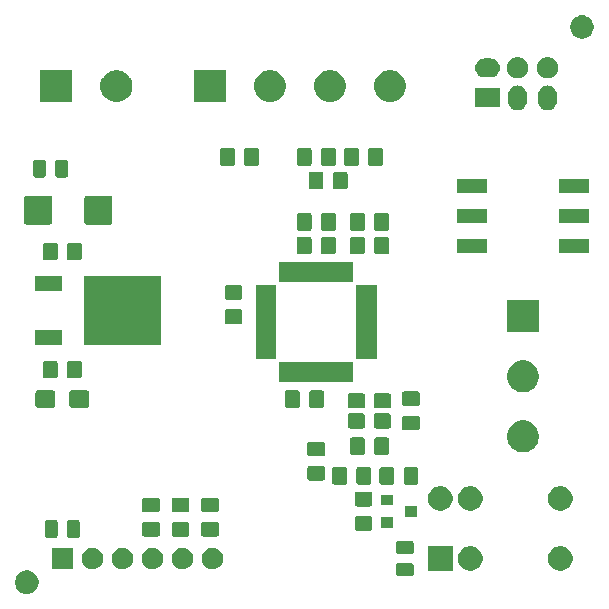
<source format=gbr>
G04 #@! TF.GenerationSoftware,KiCad,Pcbnew,5.1.5-52549c5~84~ubuntu18.04.1*
G04 #@! TF.CreationDate,2020-01-03T01:36:26+01:00*
G04 #@! TF.ProjectId,presen-fsr,70726573-656e-42d6-9673-722e6b696361,0*
G04 #@! TF.SameCoordinates,Original*
G04 #@! TF.FileFunction,Soldermask,Top*
G04 #@! TF.FilePolarity,Negative*
%FSLAX46Y46*%
G04 Gerber Fmt 4.6, Leading zero omitted, Abs format (unit mm)*
G04 Created by KiCad (PCBNEW 5.1.5-52549c5~84~ubuntu18.04.1) date 2020-01-03 01:36:26*
%MOMM*%
%LPD*%
G04 APERTURE LIST*
%ADD10C,0.100000*%
G04 APERTURE END LIST*
D10*
G36*
X30727290Y-156525619D02*
G01*
X30791689Y-156538429D01*
X30973678Y-156613811D01*
X31137463Y-156723249D01*
X31276751Y-156862537D01*
X31386189Y-157026322D01*
X31461571Y-157208311D01*
X31500000Y-157401509D01*
X31500000Y-157598491D01*
X31461571Y-157791689D01*
X31386189Y-157973678D01*
X31276751Y-158137463D01*
X31137463Y-158276751D01*
X30973678Y-158386189D01*
X30791689Y-158461571D01*
X30727290Y-158474381D01*
X30598493Y-158500000D01*
X30401507Y-158500000D01*
X30272710Y-158474381D01*
X30208311Y-158461571D01*
X30026322Y-158386189D01*
X29862537Y-158276751D01*
X29723249Y-158137463D01*
X29613811Y-157973678D01*
X29538429Y-157791689D01*
X29500000Y-157598491D01*
X29500000Y-157401509D01*
X29538429Y-157208311D01*
X29613811Y-157026322D01*
X29723249Y-156862537D01*
X29862537Y-156723249D01*
X30026322Y-156613811D01*
X30208311Y-156538429D01*
X30272710Y-156525619D01*
X30401507Y-156500000D01*
X30598493Y-156500000D01*
X30727290Y-156525619D01*
G37*
G36*
X63084468Y-155903565D02*
G01*
X63123138Y-155915296D01*
X63158777Y-155934346D01*
X63190017Y-155959983D01*
X63215654Y-155991223D01*
X63234704Y-156026862D01*
X63246435Y-156065532D01*
X63251000Y-156111888D01*
X63251000Y-156763112D01*
X63246435Y-156809468D01*
X63234704Y-156848138D01*
X63215654Y-156883777D01*
X63190017Y-156915017D01*
X63158777Y-156940654D01*
X63123138Y-156959704D01*
X63084468Y-156971435D01*
X63038112Y-156976000D01*
X61961888Y-156976000D01*
X61915532Y-156971435D01*
X61876862Y-156959704D01*
X61841223Y-156940654D01*
X61809983Y-156915017D01*
X61784346Y-156883777D01*
X61765296Y-156848138D01*
X61753565Y-156809468D01*
X61749000Y-156763112D01*
X61749000Y-156111888D01*
X61753565Y-156065532D01*
X61765296Y-156026862D01*
X61784346Y-155991223D01*
X61809983Y-155959983D01*
X61841223Y-155934346D01*
X61876862Y-155915296D01*
X61915532Y-155903565D01*
X61961888Y-155899000D01*
X63038112Y-155899000D01*
X63084468Y-155903565D01*
G37*
G36*
X75966564Y-154489389D02*
G01*
X76157833Y-154568615D01*
X76157835Y-154568616D01*
X76329973Y-154683635D01*
X76476365Y-154830027D01*
X76571989Y-154973138D01*
X76591385Y-155002167D01*
X76670611Y-155193436D01*
X76711000Y-155396484D01*
X76711000Y-155603516D01*
X76670611Y-155806564D01*
X76594123Y-155991223D01*
X76591384Y-155997835D01*
X76476365Y-156169973D01*
X76329973Y-156316365D01*
X76157835Y-156431384D01*
X76157834Y-156431385D01*
X76157833Y-156431385D01*
X75966564Y-156510611D01*
X75763516Y-156551000D01*
X75556484Y-156551000D01*
X75353436Y-156510611D01*
X75162167Y-156431385D01*
X75162166Y-156431385D01*
X75162165Y-156431384D01*
X74990027Y-156316365D01*
X74843635Y-156169973D01*
X74728616Y-155997835D01*
X74725877Y-155991223D01*
X74649389Y-155806564D01*
X74609000Y-155603516D01*
X74609000Y-155396484D01*
X74649389Y-155193436D01*
X74728615Y-155002167D01*
X74748012Y-154973138D01*
X74843635Y-154830027D01*
X74990027Y-154683635D01*
X75162165Y-154568616D01*
X75162167Y-154568615D01*
X75353436Y-154489389D01*
X75556484Y-154449000D01*
X75763516Y-154449000D01*
X75966564Y-154489389D01*
G37*
G36*
X66551000Y-156551000D02*
G01*
X64449000Y-156551000D01*
X64449000Y-154449000D01*
X66551000Y-154449000D01*
X66551000Y-156551000D01*
G37*
G36*
X68346564Y-154489389D02*
G01*
X68537833Y-154568615D01*
X68537835Y-154568616D01*
X68709973Y-154683635D01*
X68856365Y-154830027D01*
X68951989Y-154973138D01*
X68971385Y-155002167D01*
X69050611Y-155193436D01*
X69091000Y-155396484D01*
X69091000Y-155603516D01*
X69050611Y-155806564D01*
X68974123Y-155991223D01*
X68971384Y-155997835D01*
X68856365Y-156169973D01*
X68709973Y-156316365D01*
X68537835Y-156431384D01*
X68537834Y-156431385D01*
X68537833Y-156431385D01*
X68346564Y-156510611D01*
X68143516Y-156551000D01*
X67936484Y-156551000D01*
X67733436Y-156510611D01*
X67542167Y-156431385D01*
X67542166Y-156431385D01*
X67542165Y-156431384D01*
X67370027Y-156316365D01*
X67223635Y-156169973D01*
X67108616Y-155997835D01*
X67105877Y-155991223D01*
X67029389Y-155806564D01*
X66989000Y-155603516D01*
X66989000Y-155396484D01*
X67029389Y-155193436D01*
X67108615Y-155002167D01*
X67128012Y-154973138D01*
X67223635Y-154830027D01*
X67370027Y-154683635D01*
X67542165Y-154568616D01*
X67542167Y-154568615D01*
X67733436Y-154489389D01*
X67936484Y-154449000D01*
X68143516Y-154449000D01*
X68346564Y-154489389D01*
G37*
G36*
X38693512Y-154603927D02*
G01*
X38842812Y-154633624D01*
X39006784Y-154701544D01*
X39154354Y-154800147D01*
X39279853Y-154925646D01*
X39378456Y-155073216D01*
X39446376Y-155237188D01*
X39481000Y-155411259D01*
X39481000Y-155588741D01*
X39446376Y-155762812D01*
X39378456Y-155926784D01*
X39279853Y-156074354D01*
X39154354Y-156199853D01*
X39006784Y-156298456D01*
X38842812Y-156366376D01*
X38693512Y-156396073D01*
X38668742Y-156401000D01*
X38491258Y-156401000D01*
X38466488Y-156396073D01*
X38317188Y-156366376D01*
X38153216Y-156298456D01*
X38005646Y-156199853D01*
X37880147Y-156074354D01*
X37781544Y-155926784D01*
X37713624Y-155762812D01*
X37679000Y-155588741D01*
X37679000Y-155411259D01*
X37713624Y-155237188D01*
X37781544Y-155073216D01*
X37880147Y-154925646D01*
X38005646Y-154800147D01*
X38153216Y-154701544D01*
X38317188Y-154633624D01*
X38466488Y-154603927D01*
X38491258Y-154599000D01*
X38668742Y-154599000D01*
X38693512Y-154603927D01*
G37*
G36*
X46313512Y-154603927D02*
G01*
X46462812Y-154633624D01*
X46626784Y-154701544D01*
X46774354Y-154800147D01*
X46899853Y-154925646D01*
X46998456Y-155073216D01*
X47066376Y-155237188D01*
X47101000Y-155411259D01*
X47101000Y-155588741D01*
X47066376Y-155762812D01*
X46998456Y-155926784D01*
X46899853Y-156074354D01*
X46774354Y-156199853D01*
X46626784Y-156298456D01*
X46462812Y-156366376D01*
X46313512Y-156396073D01*
X46288742Y-156401000D01*
X46111258Y-156401000D01*
X46086488Y-156396073D01*
X45937188Y-156366376D01*
X45773216Y-156298456D01*
X45625646Y-156199853D01*
X45500147Y-156074354D01*
X45401544Y-155926784D01*
X45333624Y-155762812D01*
X45299000Y-155588741D01*
X45299000Y-155411259D01*
X45333624Y-155237188D01*
X45401544Y-155073216D01*
X45500147Y-154925646D01*
X45625646Y-154800147D01*
X45773216Y-154701544D01*
X45937188Y-154633624D01*
X46086488Y-154603927D01*
X46111258Y-154599000D01*
X46288742Y-154599000D01*
X46313512Y-154603927D01*
G37*
G36*
X43773512Y-154603927D02*
G01*
X43922812Y-154633624D01*
X44086784Y-154701544D01*
X44234354Y-154800147D01*
X44359853Y-154925646D01*
X44458456Y-155073216D01*
X44526376Y-155237188D01*
X44561000Y-155411259D01*
X44561000Y-155588741D01*
X44526376Y-155762812D01*
X44458456Y-155926784D01*
X44359853Y-156074354D01*
X44234354Y-156199853D01*
X44086784Y-156298456D01*
X43922812Y-156366376D01*
X43773512Y-156396073D01*
X43748742Y-156401000D01*
X43571258Y-156401000D01*
X43546488Y-156396073D01*
X43397188Y-156366376D01*
X43233216Y-156298456D01*
X43085646Y-156199853D01*
X42960147Y-156074354D01*
X42861544Y-155926784D01*
X42793624Y-155762812D01*
X42759000Y-155588741D01*
X42759000Y-155411259D01*
X42793624Y-155237188D01*
X42861544Y-155073216D01*
X42960147Y-154925646D01*
X43085646Y-154800147D01*
X43233216Y-154701544D01*
X43397188Y-154633624D01*
X43546488Y-154603927D01*
X43571258Y-154599000D01*
X43748742Y-154599000D01*
X43773512Y-154603927D01*
G37*
G36*
X41233512Y-154603927D02*
G01*
X41382812Y-154633624D01*
X41546784Y-154701544D01*
X41694354Y-154800147D01*
X41819853Y-154925646D01*
X41918456Y-155073216D01*
X41986376Y-155237188D01*
X42021000Y-155411259D01*
X42021000Y-155588741D01*
X41986376Y-155762812D01*
X41918456Y-155926784D01*
X41819853Y-156074354D01*
X41694354Y-156199853D01*
X41546784Y-156298456D01*
X41382812Y-156366376D01*
X41233512Y-156396073D01*
X41208742Y-156401000D01*
X41031258Y-156401000D01*
X41006488Y-156396073D01*
X40857188Y-156366376D01*
X40693216Y-156298456D01*
X40545646Y-156199853D01*
X40420147Y-156074354D01*
X40321544Y-155926784D01*
X40253624Y-155762812D01*
X40219000Y-155588741D01*
X40219000Y-155411259D01*
X40253624Y-155237188D01*
X40321544Y-155073216D01*
X40420147Y-154925646D01*
X40545646Y-154800147D01*
X40693216Y-154701544D01*
X40857188Y-154633624D01*
X41006488Y-154603927D01*
X41031258Y-154599000D01*
X41208742Y-154599000D01*
X41233512Y-154603927D01*
G37*
G36*
X36153512Y-154603927D02*
G01*
X36302812Y-154633624D01*
X36466784Y-154701544D01*
X36614354Y-154800147D01*
X36739853Y-154925646D01*
X36838456Y-155073216D01*
X36906376Y-155237188D01*
X36941000Y-155411259D01*
X36941000Y-155588741D01*
X36906376Y-155762812D01*
X36838456Y-155926784D01*
X36739853Y-156074354D01*
X36614354Y-156199853D01*
X36466784Y-156298456D01*
X36302812Y-156366376D01*
X36153512Y-156396073D01*
X36128742Y-156401000D01*
X35951258Y-156401000D01*
X35926488Y-156396073D01*
X35777188Y-156366376D01*
X35613216Y-156298456D01*
X35465646Y-156199853D01*
X35340147Y-156074354D01*
X35241544Y-155926784D01*
X35173624Y-155762812D01*
X35139000Y-155588741D01*
X35139000Y-155411259D01*
X35173624Y-155237188D01*
X35241544Y-155073216D01*
X35340147Y-154925646D01*
X35465646Y-154800147D01*
X35613216Y-154701544D01*
X35777188Y-154633624D01*
X35926488Y-154603927D01*
X35951258Y-154599000D01*
X36128742Y-154599000D01*
X36153512Y-154603927D01*
G37*
G36*
X34401000Y-156401000D02*
G01*
X32599000Y-156401000D01*
X32599000Y-154599000D01*
X34401000Y-154599000D01*
X34401000Y-156401000D01*
G37*
G36*
X63084468Y-154028565D02*
G01*
X63123138Y-154040296D01*
X63158777Y-154059346D01*
X63190017Y-154084983D01*
X63215654Y-154116223D01*
X63234704Y-154151862D01*
X63246435Y-154190532D01*
X63251000Y-154236888D01*
X63251000Y-154888112D01*
X63246435Y-154934468D01*
X63234704Y-154973138D01*
X63215654Y-155008777D01*
X63190017Y-155040017D01*
X63158777Y-155065654D01*
X63123138Y-155084704D01*
X63084468Y-155096435D01*
X63038112Y-155101000D01*
X61961888Y-155101000D01*
X61915532Y-155096435D01*
X61876862Y-155084704D01*
X61841223Y-155065654D01*
X61809983Y-155040017D01*
X61784346Y-155008777D01*
X61765296Y-154973138D01*
X61753565Y-154934468D01*
X61749000Y-154888112D01*
X61749000Y-154236888D01*
X61753565Y-154190532D01*
X61765296Y-154151862D01*
X61784346Y-154116223D01*
X61809983Y-154084983D01*
X61841223Y-154059346D01*
X61876862Y-154040296D01*
X61915532Y-154028565D01*
X61961888Y-154024000D01*
X63038112Y-154024000D01*
X63084468Y-154028565D01*
G37*
G36*
X34809468Y-152253565D02*
G01*
X34848138Y-152265296D01*
X34883777Y-152284346D01*
X34915017Y-152309983D01*
X34940654Y-152341223D01*
X34959704Y-152376862D01*
X34971435Y-152415532D01*
X34976000Y-152461888D01*
X34976000Y-153538112D01*
X34971435Y-153584468D01*
X34959704Y-153623138D01*
X34940654Y-153658777D01*
X34915017Y-153690017D01*
X34883777Y-153715654D01*
X34848138Y-153734704D01*
X34809468Y-153746435D01*
X34763112Y-153751000D01*
X34111888Y-153751000D01*
X34065532Y-153746435D01*
X34026862Y-153734704D01*
X33991223Y-153715654D01*
X33959983Y-153690017D01*
X33934346Y-153658777D01*
X33915296Y-153623138D01*
X33903565Y-153584468D01*
X33899000Y-153538112D01*
X33899000Y-152461888D01*
X33903565Y-152415532D01*
X33915296Y-152376862D01*
X33934346Y-152341223D01*
X33959983Y-152309983D01*
X33991223Y-152284346D01*
X34026862Y-152265296D01*
X34065532Y-152253565D01*
X34111888Y-152249000D01*
X34763112Y-152249000D01*
X34809468Y-152253565D01*
G37*
G36*
X32934468Y-152253565D02*
G01*
X32973138Y-152265296D01*
X33008777Y-152284346D01*
X33040017Y-152309983D01*
X33065654Y-152341223D01*
X33084704Y-152376862D01*
X33096435Y-152415532D01*
X33101000Y-152461888D01*
X33101000Y-153538112D01*
X33096435Y-153584468D01*
X33084704Y-153623138D01*
X33065654Y-153658777D01*
X33040017Y-153690017D01*
X33008777Y-153715654D01*
X32973138Y-153734704D01*
X32934468Y-153746435D01*
X32888112Y-153751000D01*
X32236888Y-153751000D01*
X32190532Y-153746435D01*
X32151862Y-153734704D01*
X32116223Y-153715654D01*
X32084983Y-153690017D01*
X32059346Y-153658777D01*
X32040296Y-153623138D01*
X32028565Y-153584468D01*
X32024000Y-153538112D01*
X32024000Y-152461888D01*
X32028565Y-152415532D01*
X32040296Y-152376862D01*
X32059346Y-152341223D01*
X32084983Y-152309983D01*
X32116223Y-152284346D01*
X32151862Y-152265296D01*
X32190532Y-152253565D01*
X32236888Y-152249000D01*
X32888112Y-152249000D01*
X32934468Y-152253565D01*
G37*
G36*
X46588674Y-152403465D02*
G01*
X46626367Y-152414899D01*
X46661103Y-152433466D01*
X46691548Y-152458452D01*
X46716534Y-152488897D01*
X46735101Y-152523633D01*
X46746535Y-152561326D01*
X46751000Y-152606661D01*
X46751000Y-153443339D01*
X46746535Y-153488674D01*
X46735101Y-153526367D01*
X46716534Y-153561103D01*
X46691548Y-153591548D01*
X46661103Y-153616534D01*
X46626367Y-153635101D01*
X46588674Y-153646535D01*
X46543339Y-153651000D01*
X45456661Y-153651000D01*
X45411326Y-153646535D01*
X45373633Y-153635101D01*
X45338897Y-153616534D01*
X45308452Y-153591548D01*
X45283466Y-153561103D01*
X45264899Y-153526367D01*
X45253465Y-153488674D01*
X45249000Y-153443339D01*
X45249000Y-152606661D01*
X45253465Y-152561326D01*
X45264899Y-152523633D01*
X45283466Y-152488897D01*
X45308452Y-152458452D01*
X45338897Y-152433466D01*
X45373633Y-152414899D01*
X45411326Y-152403465D01*
X45456661Y-152399000D01*
X46543339Y-152399000D01*
X46588674Y-152403465D01*
G37*
G36*
X44088674Y-152403465D02*
G01*
X44126367Y-152414899D01*
X44161103Y-152433466D01*
X44191548Y-152458452D01*
X44216534Y-152488897D01*
X44235101Y-152523633D01*
X44246535Y-152561326D01*
X44251000Y-152606661D01*
X44251000Y-153443339D01*
X44246535Y-153488674D01*
X44235101Y-153526367D01*
X44216534Y-153561103D01*
X44191548Y-153591548D01*
X44161103Y-153616534D01*
X44126367Y-153635101D01*
X44088674Y-153646535D01*
X44043339Y-153651000D01*
X42956661Y-153651000D01*
X42911326Y-153646535D01*
X42873633Y-153635101D01*
X42838897Y-153616534D01*
X42808452Y-153591548D01*
X42783466Y-153561103D01*
X42764899Y-153526367D01*
X42753465Y-153488674D01*
X42749000Y-153443339D01*
X42749000Y-152606661D01*
X42753465Y-152561326D01*
X42764899Y-152523633D01*
X42783466Y-152488897D01*
X42808452Y-152458452D01*
X42838897Y-152433466D01*
X42873633Y-152414899D01*
X42911326Y-152403465D01*
X42956661Y-152399000D01*
X44043339Y-152399000D01*
X44088674Y-152403465D01*
G37*
G36*
X41588674Y-152403465D02*
G01*
X41626367Y-152414899D01*
X41661103Y-152433466D01*
X41691548Y-152458452D01*
X41716534Y-152488897D01*
X41735101Y-152523633D01*
X41746535Y-152561326D01*
X41751000Y-152606661D01*
X41751000Y-153443339D01*
X41746535Y-153488674D01*
X41735101Y-153526367D01*
X41716534Y-153561103D01*
X41691548Y-153591548D01*
X41661103Y-153616534D01*
X41626367Y-153635101D01*
X41588674Y-153646535D01*
X41543339Y-153651000D01*
X40456661Y-153651000D01*
X40411326Y-153646535D01*
X40373633Y-153635101D01*
X40338897Y-153616534D01*
X40308452Y-153591548D01*
X40283466Y-153561103D01*
X40264899Y-153526367D01*
X40253465Y-153488674D01*
X40249000Y-153443339D01*
X40249000Y-152606661D01*
X40253465Y-152561326D01*
X40264899Y-152523633D01*
X40283466Y-152488897D01*
X40308452Y-152458452D01*
X40338897Y-152433466D01*
X40373633Y-152414899D01*
X40411326Y-152403465D01*
X40456661Y-152399000D01*
X41543339Y-152399000D01*
X41588674Y-152403465D01*
G37*
G36*
X59588674Y-151903465D02*
G01*
X59626367Y-151914899D01*
X59661103Y-151933466D01*
X59691548Y-151958452D01*
X59716534Y-151988897D01*
X59735101Y-152023633D01*
X59746535Y-152061326D01*
X59751000Y-152106661D01*
X59751000Y-152943339D01*
X59746535Y-152988674D01*
X59735101Y-153026367D01*
X59716534Y-153061103D01*
X59691548Y-153091548D01*
X59661103Y-153116534D01*
X59626367Y-153135101D01*
X59588674Y-153146535D01*
X59543339Y-153151000D01*
X58456661Y-153151000D01*
X58411326Y-153146535D01*
X58373633Y-153135101D01*
X58338897Y-153116534D01*
X58308452Y-153091548D01*
X58283466Y-153061103D01*
X58264899Y-153026367D01*
X58253465Y-152988674D01*
X58249000Y-152943339D01*
X58249000Y-152106661D01*
X58253465Y-152061326D01*
X58264899Y-152023633D01*
X58283466Y-151988897D01*
X58308452Y-151958452D01*
X58338897Y-151933466D01*
X58373633Y-151914899D01*
X58411326Y-151903465D01*
X58456661Y-151899000D01*
X59543339Y-151899000D01*
X59588674Y-151903465D01*
G37*
G36*
X61501000Y-152901000D02*
G01*
X60499000Y-152901000D01*
X60499000Y-151999000D01*
X61501000Y-151999000D01*
X61501000Y-152901000D01*
G37*
G36*
X63501000Y-151951000D02*
G01*
X62499000Y-151951000D01*
X62499000Y-151049000D01*
X63501000Y-151049000D01*
X63501000Y-151951000D01*
G37*
G36*
X46588674Y-150353465D02*
G01*
X46626367Y-150364899D01*
X46661103Y-150383466D01*
X46691548Y-150408452D01*
X46716534Y-150438897D01*
X46735101Y-150473633D01*
X46746535Y-150511326D01*
X46751000Y-150556661D01*
X46751000Y-151393339D01*
X46746535Y-151438674D01*
X46735101Y-151476367D01*
X46716534Y-151511103D01*
X46691548Y-151541548D01*
X46661103Y-151566534D01*
X46626367Y-151585101D01*
X46588674Y-151596535D01*
X46543339Y-151601000D01*
X45456661Y-151601000D01*
X45411326Y-151596535D01*
X45373633Y-151585101D01*
X45338897Y-151566534D01*
X45308452Y-151541548D01*
X45283466Y-151511103D01*
X45264899Y-151476367D01*
X45253465Y-151438674D01*
X45249000Y-151393339D01*
X45249000Y-150556661D01*
X45253465Y-150511326D01*
X45264899Y-150473633D01*
X45283466Y-150438897D01*
X45308452Y-150408452D01*
X45338897Y-150383466D01*
X45373633Y-150364899D01*
X45411326Y-150353465D01*
X45456661Y-150349000D01*
X46543339Y-150349000D01*
X46588674Y-150353465D01*
G37*
G36*
X44088674Y-150353465D02*
G01*
X44126367Y-150364899D01*
X44161103Y-150383466D01*
X44191548Y-150408452D01*
X44216534Y-150438897D01*
X44235101Y-150473633D01*
X44246535Y-150511326D01*
X44251000Y-150556661D01*
X44251000Y-151393339D01*
X44246535Y-151438674D01*
X44235101Y-151476367D01*
X44216534Y-151511103D01*
X44191548Y-151541548D01*
X44161103Y-151566534D01*
X44126367Y-151585101D01*
X44088674Y-151596535D01*
X44043339Y-151601000D01*
X42956661Y-151601000D01*
X42911326Y-151596535D01*
X42873633Y-151585101D01*
X42838897Y-151566534D01*
X42808452Y-151541548D01*
X42783466Y-151511103D01*
X42764899Y-151476367D01*
X42753465Y-151438674D01*
X42749000Y-151393339D01*
X42749000Y-150556661D01*
X42753465Y-150511326D01*
X42764899Y-150473633D01*
X42783466Y-150438897D01*
X42808452Y-150408452D01*
X42838897Y-150383466D01*
X42873633Y-150364899D01*
X42911326Y-150353465D01*
X42956661Y-150349000D01*
X44043339Y-150349000D01*
X44088674Y-150353465D01*
G37*
G36*
X41588674Y-150353465D02*
G01*
X41626367Y-150364899D01*
X41661103Y-150383466D01*
X41691548Y-150408452D01*
X41716534Y-150438897D01*
X41735101Y-150473633D01*
X41746535Y-150511326D01*
X41751000Y-150556661D01*
X41751000Y-151393339D01*
X41746535Y-151438674D01*
X41735101Y-151476367D01*
X41716534Y-151511103D01*
X41691548Y-151541548D01*
X41661103Y-151566534D01*
X41626367Y-151585101D01*
X41588674Y-151596535D01*
X41543339Y-151601000D01*
X40456661Y-151601000D01*
X40411326Y-151596535D01*
X40373633Y-151585101D01*
X40338897Y-151566534D01*
X40308452Y-151541548D01*
X40283466Y-151511103D01*
X40264899Y-151476367D01*
X40253465Y-151438674D01*
X40249000Y-151393339D01*
X40249000Y-150556661D01*
X40253465Y-150511326D01*
X40264899Y-150473633D01*
X40283466Y-150438897D01*
X40308452Y-150408452D01*
X40338897Y-150383466D01*
X40373633Y-150364899D01*
X40411326Y-150353465D01*
X40456661Y-150349000D01*
X41543339Y-150349000D01*
X41588674Y-150353465D01*
G37*
G36*
X68346564Y-149409389D02*
G01*
X68537833Y-149488615D01*
X68537835Y-149488616D01*
X68709973Y-149603635D01*
X68856365Y-149750027D01*
X68922497Y-149849000D01*
X68971385Y-149922167D01*
X69050611Y-150113436D01*
X69091000Y-150316484D01*
X69091000Y-150523516D01*
X69050611Y-150726564D01*
X68971385Y-150917833D01*
X68971384Y-150917835D01*
X68856365Y-151089973D01*
X68709973Y-151236365D01*
X68537835Y-151351384D01*
X68537834Y-151351385D01*
X68537833Y-151351385D01*
X68346564Y-151430611D01*
X68143516Y-151471000D01*
X67936484Y-151471000D01*
X67733436Y-151430611D01*
X67542167Y-151351385D01*
X67542166Y-151351385D01*
X67542165Y-151351384D01*
X67370027Y-151236365D01*
X67223635Y-151089973D01*
X67108616Y-150917835D01*
X67108615Y-150917833D01*
X67029389Y-150726564D01*
X66989000Y-150523516D01*
X66989000Y-150316484D01*
X67029389Y-150113436D01*
X67108615Y-149922167D01*
X67157504Y-149849000D01*
X67223635Y-149750027D01*
X67370027Y-149603635D01*
X67542165Y-149488616D01*
X67542167Y-149488615D01*
X67733436Y-149409389D01*
X67936484Y-149369000D01*
X68143516Y-149369000D01*
X68346564Y-149409389D01*
G37*
G36*
X65806564Y-149409389D02*
G01*
X65997833Y-149488615D01*
X65997835Y-149488616D01*
X66169973Y-149603635D01*
X66316365Y-149750027D01*
X66382497Y-149849000D01*
X66431385Y-149922167D01*
X66510611Y-150113436D01*
X66551000Y-150316484D01*
X66551000Y-150523516D01*
X66510611Y-150726564D01*
X66431385Y-150917833D01*
X66431384Y-150917835D01*
X66316365Y-151089973D01*
X66169973Y-151236365D01*
X65997835Y-151351384D01*
X65997834Y-151351385D01*
X65997833Y-151351385D01*
X65806564Y-151430611D01*
X65603516Y-151471000D01*
X65396484Y-151471000D01*
X65193436Y-151430611D01*
X65002167Y-151351385D01*
X65002166Y-151351385D01*
X65002165Y-151351384D01*
X64830027Y-151236365D01*
X64683635Y-151089973D01*
X64568616Y-150917835D01*
X64568615Y-150917833D01*
X64489389Y-150726564D01*
X64449000Y-150523516D01*
X64449000Y-150316484D01*
X64489389Y-150113436D01*
X64568615Y-149922167D01*
X64617504Y-149849000D01*
X64683635Y-149750027D01*
X64830027Y-149603635D01*
X65002165Y-149488616D01*
X65002167Y-149488615D01*
X65193436Y-149409389D01*
X65396484Y-149369000D01*
X65603516Y-149369000D01*
X65806564Y-149409389D01*
G37*
G36*
X75966564Y-149409389D02*
G01*
X76157833Y-149488615D01*
X76157835Y-149488616D01*
X76329973Y-149603635D01*
X76476365Y-149750027D01*
X76542497Y-149849000D01*
X76591385Y-149922167D01*
X76670611Y-150113436D01*
X76711000Y-150316484D01*
X76711000Y-150523516D01*
X76670611Y-150726564D01*
X76591385Y-150917833D01*
X76591384Y-150917835D01*
X76476365Y-151089973D01*
X76329973Y-151236365D01*
X76157835Y-151351384D01*
X76157834Y-151351385D01*
X76157833Y-151351385D01*
X75966564Y-151430611D01*
X75763516Y-151471000D01*
X75556484Y-151471000D01*
X75353436Y-151430611D01*
X75162167Y-151351385D01*
X75162166Y-151351385D01*
X75162165Y-151351384D01*
X74990027Y-151236365D01*
X74843635Y-151089973D01*
X74728616Y-150917835D01*
X74728615Y-150917833D01*
X74649389Y-150726564D01*
X74609000Y-150523516D01*
X74609000Y-150316484D01*
X74649389Y-150113436D01*
X74728615Y-149922167D01*
X74777504Y-149849000D01*
X74843635Y-149750027D01*
X74990027Y-149603635D01*
X75162165Y-149488616D01*
X75162167Y-149488615D01*
X75353436Y-149409389D01*
X75556484Y-149369000D01*
X75763516Y-149369000D01*
X75966564Y-149409389D01*
G37*
G36*
X59588674Y-149853465D02*
G01*
X59626367Y-149864899D01*
X59661103Y-149883466D01*
X59691548Y-149908452D01*
X59716534Y-149938897D01*
X59735101Y-149973633D01*
X59746535Y-150011326D01*
X59751000Y-150056661D01*
X59751000Y-150893339D01*
X59746535Y-150938674D01*
X59735101Y-150976367D01*
X59716534Y-151011103D01*
X59691548Y-151041548D01*
X59661103Y-151066534D01*
X59626367Y-151085101D01*
X59588674Y-151096535D01*
X59543339Y-151101000D01*
X58456661Y-151101000D01*
X58411326Y-151096535D01*
X58373633Y-151085101D01*
X58338897Y-151066534D01*
X58308452Y-151041548D01*
X58283466Y-151011103D01*
X58264899Y-150976367D01*
X58253465Y-150938674D01*
X58249000Y-150893339D01*
X58249000Y-150056661D01*
X58253465Y-150011326D01*
X58264899Y-149973633D01*
X58283466Y-149938897D01*
X58308452Y-149908452D01*
X58338897Y-149883466D01*
X58373633Y-149864899D01*
X58411326Y-149853465D01*
X58456661Y-149849000D01*
X59543339Y-149849000D01*
X59588674Y-149853465D01*
G37*
G36*
X61501000Y-151001000D02*
G01*
X60499000Y-151001000D01*
X60499000Y-150099000D01*
X61501000Y-150099000D01*
X61501000Y-151001000D01*
G37*
G36*
X63488674Y-147753465D02*
G01*
X63526367Y-147764899D01*
X63561103Y-147783466D01*
X63591548Y-147808452D01*
X63616534Y-147838897D01*
X63635101Y-147873633D01*
X63646535Y-147911326D01*
X63651000Y-147956661D01*
X63651000Y-149043339D01*
X63646535Y-149088674D01*
X63635101Y-149126367D01*
X63616534Y-149161103D01*
X63591548Y-149191548D01*
X63561103Y-149216534D01*
X63526367Y-149235101D01*
X63488674Y-149246535D01*
X63443339Y-149251000D01*
X62606661Y-149251000D01*
X62561326Y-149246535D01*
X62523633Y-149235101D01*
X62488897Y-149216534D01*
X62458452Y-149191548D01*
X62433466Y-149161103D01*
X62414899Y-149126367D01*
X62403465Y-149088674D01*
X62399000Y-149043339D01*
X62399000Y-147956661D01*
X62403465Y-147911326D01*
X62414899Y-147873633D01*
X62433466Y-147838897D01*
X62458452Y-147808452D01*
X62488897Y-147783466D01*
X62523633Y-147764899D01*
X62561326Y-147753465D01*
X62606661Y-147749000D01*
X63443339Y-147749000D01*
X63488674Y-147753465D01*
G37*
G36*
X57438674Y-147753465D02*
G01*
X57476367Y-147764899D01*
X57511103Y-147783466D01*
X57541548Y-147808452D01*
X57566534Y-147838897D01*
X57585101Y-147873633D01*
X57596535Y-147911326D01*
X57601000Y-147956661D01*
X57601000Y-149043339D01*
X57596535Y-149088674D01*
X57585101Y-149126367D01*
X57566534Y-149161103D01*
X57541548Y-149191548D01*
X57511103Y-149216534D01*
X57476367Y-149235101D01*
X57438674Y-149246535D01*
X57393339Y-149251000D01*
X56556661Y-149251000D01*
X56511326Y-149246535D01*
X56473633Y-149235101D01*
X56438897Y-149216534D01*
X56408452Y-149191548D01*
X56383466Y-149161103D01*
X56364899Y-149126367D01*
X56353465Y-149088674D01*
X56349000Y-149043339D01*
X56349000Y-147956661D01*
X56353465Y-147911326D01*
X56364899Y-147873633D01*
X56383466Y-147838897D01*
X56408452Y-147808452D01*
X56438897Y-147783466D01*
X56473633Y-147764899D01*
X56511326Y-147753465D01*
X56556661Y-147749000D01*
X57393339Y-147749000D01*
X57438674Y-147753465D01*
G37*
G36*
X59488674Y-147753465D02*
G01*
X59526367Y-147764899D01*
X59561103Y-147783466D01*
X59591548Y-147808452D01*
X59616534Y-147838897D01*
X59635101Y-147873633D01*
X59646535Y-147911326D01*
X59651000Y-147956661D01*
X59651000Y-149043339D01*
X59646535Y-149088674D01*
X59635101Y-149126367D01*
X59616534Y-149161103D01*
X59591548Y-149191548D01*
X59561103Y-149216534D01*
X59526367Y-149235101D01*
X59488674Y-149246535D01*
X59443339Y-149251000D01*
X58606661Y-149251000D01*
X58561326Y-149246535D01*
X58523633Y-149235101D01*
X58488897Y-149216534D01*
X58458452Y-149191548D01*
X58433466Y-149161103D01*
X58414899Y-149126367D01*
X58403465Y-149088674D01*
X58399000Y-149043339D01*
X58399000Y-147956661D01*
X58403465Y-147911326D01*
X58414899Y-147873633D01*
X58433466Y-147838897D01*
X58458452Y-147808452D01*
X58488897Y-147783466D01*
X58523633Y-147764899D01*
X58561326Y-147753465D01*
X58606661Y-147749000D01*
X59443339Y-147749000D01*
X59488674Y-147753465D01*
G37*
G36*
X61438674Y-147753465D02*
G01*
X61476367Y-147764899D01*
X61511103Y-147783466D01*
X61541548Y-147808452D01*
X61566534Y-147838897D01*
X61585101Y-147873633D01*
X61596535Y-147911326D01*
X61601000Y-147956661D01*
X61601000Y-149043339D01*
X61596535Y-149088674D01*
X61585101Y-149126367D01*
X61566534Y-149161103D01*
X61541548Y-149191548D01*
X61511103Y-149216534D01*
X61476367Y-149235101D01*
X61438674Y-149246535D01*
X61393339Y-149251000D01*
X60556661Y-149251000D01*
X60511326Y-149246535D01*
X60473633Y-149235101D01*
X60438897Y-149216534D01*
X60408452Y-149191548D01*
X60383466Y-149161103D01*
X60364899Y-149126367D01*
X60353465Y-149088674D01*
X60349000Y-149043339D01*
X60349000Y-147956661D01*
X60353465Y-147911326D01*
X60364899Y-147873633D01*
X60383466Y-147838897D01*
X60408452Y-147808452D01*
X60438897Y-147783466D01*
X60473633Y-147764899D01*
X60511326Y-147753465D01*
X60556661Y-147749000D01*
X61393339Y-147749000D01*
X61438674Y-147753465D01*
G37*
G36*
X55588674Y-147653465D02*
G01*
X55626367Y-147664899D01*
X55661103Y-147683466D01*
X55691548Y-147708452D01*
X55716534Y-147738897D01*
X55735101Y-147773633D01*
X55746535Y-147811326D01*
X55751000Y-147856661D01*
X55751000Y-148693339D01*
X55746535Y-148738674D01*
X55735101Y-148776367D01*
X55716534Y-148811103D01*
X55691548Y-148841548D01*
X55661103Y-148866534D01*
X55626367Y-148885101D01*
X55588674Y-148896535D01*
X55543339Y-148901000D01*
X54456661Y-148901000D01*
X54411326Y-148896535D01*
X54373633Y-148885101D01*
X54338897Y-148866534D01*
X54308452Y-148841548D01*
X54283466Y-148811103D01*
X54264899Y-148776367D01*
X54253465Y-148738674D01*
X54249000Y-148693339D01*
X54249000Y-147856661D01*
X54253465Y-147811326D01*
X54264899Y-147773633D01*
X54283466Y-147738897D01*
X54308452Y-147708452D01*
X54338897Y-147683466D01*
X54373633Y-147664899D01*
X54411326Y-147653465D01*
X54456661Y-147649000D01*
X55543339Y-147649000D01*
X55588674Y-147653465D01*
G37*
G36*
X55588674Y-145603465D02*
G01*
X55626367Y-145614899D01*
X55661103Y-145633466D01*
X55691548Y-145658452D01*
X55716534Y-145688897D01*
X55735101Y-145723633D01*
X55746535Y-145761326D01*
X55751000Y-145806661D01*
X55751000Y-146643339D01*
X55746535Y-146688674D01*
X55735101Y-146726367D01*
X55716534Y-146761103D01*
X55691548Y-146791548D01*
X55661103Y-146816534D01*
X55626367Y-146835101D01*
X55588674Y-146846535D01*
X55543339Y-146851000D01*
X54456661Y-146851000D01*
X54411326Y-146846535D01*
X54373633Y-146835101D01*
X54338897Y-146816534D01*
X54308452Y-146791548D01*
X54283466Y-146761103D01*
X54264899Y-146726367D01*
X54253465Y-146688674D01*
X54249000Y-146643339D01*
X54249000Y-145806661D01*
X54253465Y-145761326D01*
X54264899Y-145723633D01*
X54283466Y-145688897D01*
X54308452Y-145658452D01*
X54338897Y-145633466D01*
X54373633Y-145614899D01*
X54411326Y-145603465D01*
X54456661Y-145599000D01*
X55543339Y-145599000D01*
X55588674Y-145603465D01*
G37*
G36*
X60988674Y-145253465D02*
G01*
X61026367Y-145264899D01*
X61061103Y-145283466D01*
X61091548Y-145308452D01*
X61116534Y-145338897D01*
X61135101Y-145373633D01*
X61146535Y-145411326D01*
X61151000Y-145456661D01*
X61151000Y-146543339D01*
X61146535Y-146588674D01*
X61135101Y-146626367D01*
X61116534Y-146661103D01*
X61091548Y-146691548D01*
X61061103Y-146716534D01*
X61026367Y-146735101D01*
X60988674Y-146746535D01*
X60943339Y-146751000D01*
X60106661Y-146751000D01*
X60061326Y-146746535D01*
X60023633Y-146735101D01*
X59988897Y-146716534D01*
X59958452Y-146691548D01*
X59933466Y-146661103D01*
X59914899Y-146626367D01*
X59903465Y-146588674D01*
X59899000Y-146543339D01*
X59899000Y-145456661D01*
X59903465Y-145411326D01*
X59914899Y-145373633D01*
X59933466Y-145338897D01*
X59958452Y-145308452D01*
X59988897Y-145283466D01*
X60023633Y-145264899D01*
X60061326Y-145253465D01*
X60106661Y-145249000D01*
X60943339Y-145249000D01*
X60988674Y-145253465D01*
G37*
G36*
X58938674Y-145253465D02*
G01*
X58976367Y-145264899D01*
X59011103Y-145283466D01*
X59041548Y-145308452D01*
X59066534Y-145338897D01*
X59085101Y-145373633D01*
X59096535Y-145411326D01*
X59101000Y-145456661D01*
X59101000Y-146543339D01*
X59096535Y-146588674D01*
X59085101Y-146626367D01*
X59066534Y-146661103D01*
X59041548Y-146691548D01*
X59011103Y-146716534D01*
X58976367Y-146735101D01*
X58938674Y-146746535D01*
X58893339Y-146751000D01*
X58056661Y-146751000D01*
X58011326Y-146746535D01*
X57973633Y-146735101D01*
X57938897Y-146716534D01*
X57908452Y-146691548D01*
X57883466Y-146661103D01*
X57864899Y-146626367D01*
X57853465Y-146588674D01*
X57849000Y-146543339D01*
X57849000Y-145456661D01*
X57853465Y-145411326D01*
X57864899Y-145373633D01*
X57883466Y-145338897D01*
X57908452Y-145308452D01*
X57938897Y-145283466D01*
X57973633Y-145264899D01*
X58011326Y-145253465D01*
X58056661Y-145249000D01*
X58893339Y-145249000D01*
X58938674Y-145253465D01*
G37*
G36*
X72894072Y-143860918D02*
G01*
X73139939Y-143962759D01*
X73251328Y-144037187D01*
X73361211Y-144110609D01*
X73549391Y-144298789D01*
X73587844Y-144356338D01*
X73684505Y-144501000D01*
X73697242Y-144520063D01*
X73799082Y-144765928D01*
X73851000Y-145026937D01*
X73851000Y-145293063D01*
X73799082Y-145554072D01*
X73730369Y-145719962D01*
X73697241Y-145799939D01*
X73549390Y-146021212D01*
X73361212Y-146209390D01*
X73139939Y-146357241D01*
X73139938Y-146357242D01*
X73139937Y-146357242D01*
X72894072Y-146459082D01*
X72633063Y-146511000D01*
X72366937Y-146511000D01*
X72105928Y-146459082D01*
X71860063Y-146357242D01*
X71860062Y-146357242D01*
X71860061Y-146357241D01*
X71638788Y-146209390D01*
X71450610Y-146021212D01*
X71302759Y-145799939D01*
X71269632Y-145719962D01*
X71200918Y-145554072D01*
X71149000Y-145293063D01*
X71149000Y-145026937D01*
X71200918Y-144765928D01*
X71302758Y-144520063D01*
X71315496Y-144501000D01*
X71412156Y-144356338D01*
X71450609Y-144298789D01*
X71638789Y-144110609D01*
X71748672Y-144037187D01*
X71860061Y-143962759D01*
X72105928Y-143860918D01*
X72366937Y-143809000D01*
X72633063Y-143809000D01*
X72894072Y-143860918D01*
G37*
G36*
X63588674Y-143403465D02*
G01*
X63626367Y-143414899D01*
X63661103Y-143433466D01*
X63691548Y-143458452D01*
X63716534Y-143488897D01*
X63735101Y-143523633D01*
X63746535Y-143561326D01*
X63751000Y-143606661D01*
X63751000Y-144443339D01*
X63746535Y-144488674D01*
X63735101Y-144526367D01*
X63716534Y-144561103D01*
X63691548Y-144591548D01*
X63661103Y-144616534D01*
X63626367Y-144635101D01*
X63588674Y-144646535D01*
X63543339Y-144651000D01*
X62456661Y-144651000D01*
X62411326Y-144646535D01*
X62373633Y-144635101D01*
X62338897Y-144616534D01*
X62308452Y-144591548D01*
X62283466Y-144561103D01*
X62264899Y-144526367D01*
X62253465Y-144488674D01*
X62249000Y-144443339D01*
X62249000Y-143606661D01*
X62253465Y-143561326D01*
X62264899Y-143523633D01*
X62283466Y-143488897D01*
X62308452Y-143458452D01*
X62338897Y-143433466D01*
X62373633Y-143414899D01*
X62411326Y-143403465D01*
X62456661Y-143399000D01*
X63543339Y-143399000D01*
X63588674Y-143403465D01*
G37*
G36*
X58939192Y-143204646D02*
G01*
X58988414Y-143219578D01*
X59033778Y-143243826D01*
X59073542Y-143276458D01*
X59106174Y-143316222D01*
X59130422Y-143361586D01*
X59145354Y-143410808D01*
X59151000Y-143468140D01*
X59151000Y-144231860D01*
X59145354Y-144289192D01*
X59130422Y-144338414D01*
X59106174Y-144383778D01*
X59073542Y-144423542D01*
X59033778Y-144456174D01*
X58988414Y-144480422D01*
X58939192Y-144495354D01*
X58881860Y-144501000D01*
X57918140Y-144501000D01*
X57860808Y-144495354D01*
X57811586Y-144480422D01*
X57766222Y-144456174D01*
X57726458Y-144423542D01*
X57693826Y-144383778D01*
X57669578Y-144338414D01*
X57654646Y-144289192D01*
X57649000Y-144231860D01*
X57649000Y-143468140D01*
X57654646Y-143410808D01*
X57669578Y-143361586D01*
X57693826Y-143316222D01*
X57726458Y-143276458D01*
X57766222Y-143243826D01*
X57811586Y-143219578D01*
X57860808Y-143204646D01*
X57918140Y-143199000D01*
X58881860Y-143199000D01*
X58939192Y-143204646D01*
G37*
G36*
X61139192Y-143204646D02*
G01*
X61188414Y-143219578D01*
X61233778Y-143243826D01*
X61273542Y-143276458D01*
X61306174Y-143316222D01*
X61330422Y-143361586D01*
X61345354Y-143410808D01*
X61351000Y-143468140D01*
X61351000Y-144231860D01*
X61345354Y-144289192D01*
X61330422Y-144338414D01*
X61306174Y-144383778D01*
X61273542Y-144423542D01*
X61233778Y-144456174D01*
X61188414Y-144480422D01*
X61139192Y-144495354D01*
X61081860Y-144501000D01*
X60118140Y-144501000D01*
X60060808Y-144495354D01*
X60011586Y-144480422D01*
X59966222Y-144456174D01*
X59926458Y-144423542D01*
X59893826Y-144383778D01*
X59869578Y-144338414D01*
X59854646Y-144289192D01*
X59849000Y-144231860D01*
X59849000Y-143468140D01*
X59854646Y-143410808D01*
X59869578Y-143361586D01*
X59893826Y-143316222D01*
X59926458Y-143276458D01*
X59966222Y-143243826D01*
X60011586Y-143219578D01*
X60060808Y-143204646D01*
X60118140Y-143199000D01*
X61081860Y-143199000D01*
X61139192Y-143204646D01*
G37*
G36*
X58939192Y-141504646D02*
G01*
X58988414Y-141519578D01*
X59033778Y-141543826D01*
X59073542Y-141576458D01*
X59106174Y-141616222D01*
X59130422Y-141661586D01*
X59145354Y-141710808D01*
X59151000Y-141768140D01*
X59151000Y-142531860D01*
X59145354Y-142589192D01*
X59130422Y-142638414D01*
X59106174Y-142683778D01*
X59073542Y-142723542D01*
X59033778Y-142756174D01*
X58988414Y-142780422D01*
X58939192Y-142795354D01*
X58881860Y-142801000D01*
X57918140Y-142801000D01*
X57860808Y-142795354D01*
X57811586Y-142780422D01*
X57766222Y-142756174D01*
X57726458Y-142723542D01*
X57693826Y-142683778D01*
X57669578Y-142638414D01*
X57654646Y-142589192D01*
X57649000Y-142531860D01*
X57649000Y-141768140D01*
X57654646Y-141710808D01*
X57669578Y-141661586D01*
X57693826Y-141616222D01*
X57726458Y-141576458D01*
X57766222Y-141543826D01*
X57811586Y-141519578D01*
X57860808Y-141504646D01*
X57918140Y-141499000D01*
X58881860Y-141499000D01*
X58939192Y-141504646D01*
G37*
G36*
X61139192Y-141504646D02*
G01*
X61188414Y-141519578D01*
X61233778Y-141543826D01*
X61273542Y-141576458D01*
X61306174Y-141616222D01*
X61330422Y-141661586D01*
X61345354Y-141710808D01*
X61351000Y-141768140D01*
X61351000Y-142531860D01*
X61345354Y-142589192D01*
X61330422Y-142638414D01*
X61306174Y-142683778D01*
X61273542Y-142723542D01*
X61233778Y-142756174D01*
X61188414Y-142780422D01*
X61139192Y-142795354D01*
X61081860Y-142801000D01*
X60118140Y-142801000D01*
X60060808Y-142795354D01*
X60011586Y-142780422D01*
X59966222Y-142756174D01*
X59926458Y-142723542D01*
X59893826Y-142683778D01*
X59869578Y-142638414D01*
X59854646Y-142589192D01*
X59849000Y-142531860D01*
X59849000Y-141768140D01*
X59854646Y-141710808D01*
X59869578Y-141661586D01*
X59893826Y-141616222D01*
X59926458Y-141576458D01*
X59966222Y-141543826D01*
X60011586Y-141519578D01*
X60060808Y-141504646D01*
X60118140Y-141499000D01*
X61081860Y-141499000D01*
X61139192Y-141504646D01*
G37*
G36*
X55488674Y-141253465D02*
G01*
X55526367Y-141264899D01*
X55561103Y-141283466D01*
X55591548Y-141308452D01*
X55616534Y-141338897D01*
X55635101Y-141373633D01*
X55646535Y-141411326D01*
X55651000Y-141456661D01*
X55651000Y-142543339D01*
X55646535Y-142588674D01*
X55635101Y-142626367D01*
X55616534Y-142661103D01*
X55591548Y-142691548D01*
X55561103Y-142716534D01*
X55526367Y-142735101D01*
X55488674Y-142746535D01*
X55443339Y-142751000D01*
X54606661Y-142751000D01*
X54561326Y-142746535D01*
X54523633Y-142735101D01*
X54488897Y-142716534D01*
X54458452Y-142691548D01*
X54433466Y-142661103D01*
X54414899Y-142626367D01*
X54403465Y-142588674D01*
X54399000Y-142543339D01*
X54399000Y-141456661D01*
X54403465Y-141411326D01*
X54414899Y-141373633D01*
X54433466Y-141338897D01*
X54458452Y-141308452D01*
X54488897Y-141283466D01*
X54523633Y-141264899D01*
X54561326Y-141253465D01*
X54606661Y-141249000D01*
X55443339Y-141249000D01*
X55488674Y-141253465D01*
G37*
G36*
X53438674Y-141253465D02*
G01*
X53476367Y-141264899D01*
X53511103Y-141283466D01*
X53541548Y-141308452D01*
X53566534Y-141338897D01*
X53585101Y-141373633D01*
X53596535Y-141411326D01*
X53601000Y-141456661D01*
X53601000Y-142543339D01*
X53596535Y-142588674D01*
X53585101Y-142626367D01*
X53566534Y-142661103D01*
X53541548Y-142691548D01*
X53511103Y-142716534D01*
X53476367Y-142735101D01*
X53438674Y-142746535D01*
X53393339Y-142751000D01*
X52556661Y-142751000D01*
X52511326Y-142746535D01*
X52473633Y-142735101D01*
X52438897Y-142716534D01*
X52408452Y-142691548D01*
X52383466Y-142661103D01*
X52364899Y-142626367D01*
X52353465Y-142588674D01*
X52349000Y-142543339D01*
X52349000Y-141456661D01*
X52353465Y-141411326D01*
X52364899Y-141373633D01*
X52383466Y-141338897D01*
X52408452Y-141308452D01*
X52438897Y-141283466D01*
X52473633Y-141264899D01*
X52511326Y-141253465D01*
X52556661Y-141249000D01*
X53393339Y-141249000D01*
X53438674Y-141253465D01*
G37*
G36*
X35622798Y-141278247D02*
G01*
X35658367Y-141289037D01*
X35691139Y-141306554D01*
X35719869Y-141330131D01*
X35743446Y-141358861D01*
X35760963Y-141391633D01*
X35771753Y-141427202D01*
X35776000Y-141470325D01*
X35776000Y-142529675D01*
X35771753Y-142572798D01*
X35760963Y-142608367D01*
X35743446Y-142641139D01*
X35719869Y-142669869D01*
X35691139Y-142693446D01*
X35658367Y-142710963D01*
X35622798Y-142721753D01*
X35579675Y-142726000D01*
X34295325Y-142726000D01*
X34252202Y-142721753D01*
X34216633Y-142710963D01*
X34183861Y-142693446D01*
X34155131Y-142669869D01*
X34131554Y-142641139D01*
X34114037Y-142608367D01*
X34103247Y-142572798D01*
X34099000Y-142529675D01*
X34099000Y-141470325D01*
X34103247Y-141427202D01*
X34114037Y-141391633D01*
X34131554Y-141358861D01*
X34155131Y-141330131D01*
X34183861Y-141306554D01*
X34216633Y-141289037D01*
X34252202Y-141278247D01*
X34295325Y-141274000D01*
X35579675Y-141274000D01*
X35622798Y-141278247D01*
G37*
G36*
X32747798Y-141278247D02*
G01*
X32783367Y-141289037D01*
X32816139Y-141306554D01*
X32844869Y-141330131D01*
X32868446Y-141358861D01*
X32885963Y-141391633D01*
X32896753Y-141427202D01*
X32901000Y-141470325D01*
X32901000Y-142529675D01*
X32896753Y-142572798D01*
X32885963Y-142608367D01*
X32868446Y-142641139D01*
X32844869Y-142669869D01*
X32816139Y-142693446D01*
X32783367Y-142710963D01*
X32747798Y-142721753D01*
X32704675Y-142726000D01*
X31420325Y-142726000D01*
X31377202Y-142721753D01*
X31341633Y-142710963D01*
X31308861Y-142693446D01*
X31280131Y-142669869D01*
X31256554Y-142641139D01*
X31239037Y-142608367D01*
X31228247Y-142572798D01*
X31224000Y-142529675D01*
X31224000Y-141470325D01*
X31228247Y-141427202D01*
X31239037Y-141391633D01*
X31256554Y-141358861D01*
X31280131Y-141330131D01*
X31308861Y-141306554D01*
X31341633Y-141289037D01*
X31377202Y-141278247D01*
X31420325Y-141274000D01*
X32704675Y-141274000D01*
X32747798Y-141278247D01*
G37*
G36*
X63588674Y-141353465D02*
G01*
X63626367Y-141364899D01*
X63661103Y-141383466D01*
X63691548Y-141408452D01*
X63716534Y-141438897D01*
X63735101Y-141473633D01*
X63746535Y-141511326D01*
X63751000Y-141556661D01*
X63751000Y-142393339D01*
X63746535Y-142438674D01*
X63735101Y-142476367D01*
X63716534Y-142511103D01*
X63691548Y-142541548D01*
X63661103Y-142566534D01*
X63626367Y-142585101D01*
X63588674Y-142596535D01*
X63543339Y-142601000D01*
X62456661Y-142601000D01*
X62411326Y-142596535D01*
X62373633Y-142585101D01*
X62338897Y-142566534D01*
X62308452Y-142541548D01*
X62283466Y-142511103D01*
X62264899Y-142476367D01*
X62253465Y-142438674D01*
X62249000Y-142393339D01*
X62249000Y-141556661D01*
X62253465Y-141511326D01*
X62264899Y-141473633D01*
X62283466Y-141438897D01*
X62308452Y-141408452D01*
X62338897Y-141383466D01*
X62373633Y-141364899D01*
X62411326Y-141353465D01*
X62456661Y-141349000D01*
X63543339Y-141349000D01*
X63588674Y-141353465D01*
G37*
G36*
X72894072Y-138780918D02*
G01*
X73109045Y-138869962D01*
X73139939Y-138882759D01*
X73164245Y-138899000D01*
X73361211Y-139030609D01*
X73549391Y-139218789D01*
X73697242Y-139440063D01*
X73799082Y-139685928D01*
X73851000Y-139946937D01*
X73851000Y-140213063D01*
X73847575Y-140230282D01*
X73799082Y-140474072D01*
X73697241Y-140719939D01*
X73549390Y-140941212D01*
X73361212Y-141129390D01*
X73139939Y-141277241D01*
X73139938Y-141277242D01*
X73139937Y-141277242D01*
X72894072Y-141379082D01*
X72633063Y-141431000D01*
X72366937Y-141431000D01*
X72105928Y-141379082D01*
X71860063Y-141277242D01*
X71860062Y-141277242D01*
X71860061Y-141277241D01*
X71638788Y-141129390D01*
X71450610Y-140941212D01*
X71302759Y-140719939D01*
X71200918Y-140474072D01*
X71152425Y-140230282D01*
X71149000Y-140213063D01*
X71149000Y-139946937D01*
X71200918Y-139685928D01*
X71302758Y-139440063D01*
X71450609Y-139218789D01*
X71638789Y-139030609D01*
X71835755Y-138899000D01*
X71860061Y-138882759D01*
X71890956Y-138869962D01*
X72105928Y-138780918D01*
X72366937Y-138729000D01*
X72633063Y-138729000D01*
X72894072Y-138780918D01*
G37*
G36*
X58126000Y-140601000D02*
G01*
X51874000Y-140601000D01*
X51874000Y-138899000D01*
X58126000Y-138899000D01*
X58126000Y-140601000D01*
G37*
G36*
X32938674Y-138753465D02*
G01*
X32976367Y-138764899D01*
X33011103Y-138783466D01*
X33041548Y-138808452D01*
X33066534Y-138838897D01*
X33085101Y-138873633D01*
X33096535Y-138911326D01*
X33101000Y-138956661D01*
X33101000Y-140043339D01*
X33096535Y-140088674D01*
X33085101Y-140126367D01*
X33066534Y-140161103D01*
X33041548Y-140191548D01*
X33011103Y-140216534D01*
X32976367Y-140235101D01*
X32938674Y-140246535D01*
X32893339Y-140251000D01*
X32056661Y-140251000D01*
X32011326Y-140246535D01*
X31973633Y-140235101D01*
X31938897Y-140216534D01*
X31908452Y-140191548D01*
X31883466Y-140161103D01*
X31864899Y-140126367D01*
X31853465Y-140088674D01*
X31849000Y-140043339D01*
X31849000Y-138956661D01*
X31853465Y-138911326D01*
X31864899Y-138873633D01*
X31883466Y-138838897D01*
X31908452Y-138808452D01*
X31938897Y-138783466D01*
X31973633Y-138764899D01*
X32011326Y-138753465D01*
X32056661Y-138749000D01*
X32893339Y-138749000D01*
X32938674Y-138753465D01*
G37*
G36*
X34988674Y-138753465D02*
G01*
X35026367Y-138764899D01*
X35061103Y-138783466D01*
X35091548Y-138808452D01*
X35116534Y-138838897D01*
X35135101Y-138873633D01*
X35146535Y-138911326D01*
X35151000Y-138956661D01*
X35151000Y-140043339D01*
X35146535Y-140088674D01*
X35135101Y-140126367D01*
X35116534Y-140161103D01*
X35091548Y-140191548D01*
X35061103Y-140216534D01*
X35026367Y-140235101D01*
X34988674Y-140246535D01*
X34943339Y-140251000D01*
X34106661Y-140251000D01*
X34061326Y-140246535D01*
X34023633Y-140235101D01*
X33988897Y-140216534D01*
X33958452Y-140191548D01*
X33933466Y-140161103D01*
X33914899Y-140126367D01*
X33903465Y-140088674D01*
X33899000Y-140043339D01*
X33899000Y-138956661D01*
X33903465Y-138911326D01*
X33914899Y-138873633D01*
X33933466Y-138838897D01*
X33958452Y-138808452D01*
X33988897Y-138783466D01*
X34023633Y-138764899D01*
X34061326Y-138753465D01*
X34106661Y-138749000D01*
X34943339Y-138749000D01*
X34988674Y-138753465D01*
G37*
G36*
X60101000Y-138626000D02*
G01*
X58399000Y-138626000D01*
X58399000Y-132374000D01*
X60101000Y-132374000D01*
X60101000Y-138626000D01*
G37*
G36*
X51601000Y-138626000D02*
G01*
X49899000Y-138626000D01*
X49899000Y-132374000D01*
X51601000Y-132374000D01*
X51601000Y-138626000D01*
G37*
G36*
X41851000Y-137451000D02*
G01*
X35349000Y-137451000D01*
X35349000Y-131549000D01*
X41851000Y-131549000D01*
X41851000Y-137451000D01*
G37*
G36*
X33451000Y-137431000D02*
G01*
X31149000Y-137431000D01*
X31149000Y-136129000D01*
X33451000Y-136129000D01*
X33451000Y-137431000D01*
G37*
G36*
X73851000Y-136351000D02*
G01*
X71149000Y-136351000D01*
X71149000Y-133649000D01*
X73851000Y-133649000D01*
X73851000Y-136351000D01*
G37*
G36*
X48588674Y-134403465D02*
G01*
X48626367Y-134414899D01*
X48661103Y-134433466D01*
X48691548Y-134458452D01*
X48716534Y-134488897D01*
X48735101Y-134523633D01*
X48746535Y-134561326D01*
X48751000Y-134606661D01*
X48751000Y-135443339D01*
X48746535Y-135488674D01*
X48735101Y-135526367D01*
X48716534Y-135561103D01*
X48691548Y-135591548D01*
X48661103Y-135616534D01*
X48626367Y-135635101D01*
X48588674Y-135646535D01*
X48543339Y-135651000D01*
X47456661Y-135651000D01*
X47411326Y-135646535D01*
X47373633Y-135635101D01*
X47338897Y-135616534D01*
X47308452Y-135591548D01*
X47283466Y-135561103D01*
X47264899Y-135526367D01*
X47253465Y-135488674D01*
X47249000Y-135443339D01*
X47249000Y-134606661D01*
X47253465Y-134561326D01*
X47264899Y-134523633D01*
X47283466Y-134488897D01*
X47308452Y-134458452D01*
X47338897Y-134433466D01*
X47373633Y-134414899D01*
X47411326Y-134403465D01*
X47456661Y-134399000D01*
X48543339Y-134399000D01*
X48588674Y-134403465D01*
G37*
G36*
X48588674Y-132353465D02*
G01*
X48626367Y-132364899D01*
X48661103Y-132383466D01*
X48691548Y-132408452D01*
X48716534Y-132438897D01*
X48735101Y-132473633D01*
X48746535Y-132511326D01*
X48751000Y-132556661D01*
X48751000Y-133393339D01*
X48746535Y-133438674D01*
X48735101Y-133476367D01*
X48716534Y-133511103D01*
X48691548Y-133541548D01*
X48661103Y-133566534D01*
X48626367Y-133585101D01*
X48588674Y-133596535D01*
X48543339Y-133601000D01*
X47456661Y-133601000D01*
X47411326Y-133596535D01*
X47373633Y-133585101D01*
X47338897Y-133566534D01*
X47308452Y-133541548D01*
X47283466Y-133511103D01*
X47264899Y-133476367D01*
X47253465Y-133438674D01*
X47249000Y-133393339D01*
X47249000Y-132556661D01*
X47253465Y-132511326D01*
X47264899Y-132473633D01*
X47283466Y-132438897D01*
X47308452Y-132408452D01*
X47338897Y-132383466D01*
X47373633Y-132364899D01*
X47411326Y-132353465D01*
X47456661Y-132349000D01*
X48543339Y-132349000D01*
X48588674Y-132353465D01*
G37*
G36*
X33451000Y-132871000D02*
G01*
X31149000Y-132871000D01*
X31149000Y-131569000D01*
X33451000Y-131569000D01*
X33451000Y-132871000D01*
G37*
G36*
X58126000Y-132101000D02*
G01*
X51874000Y-132101000D01*
X51874000Y-130399000D01*
X58126000Y-130399000D01*
X58126000Y-132101000D01*
G37*
G36*
X34988674Y-128753465D02*
G01*
X35026367Y-128764899D01*
X35061103Y-128783466D01*
X35091548Y-128808452D01*
X35116534Y-128838897D01*
X35135101Y-128873633D01*
X35146535Y-128911326D01*
X35151000Y-128956661D01*
X35151000Y-130043339D01*
X35146535Y-130088674D01*
X35135101Y-130126367D01*
X35116534Y-130161103D01*
X35091548Y-130191548D01*
X35061103Y-130216534D01*
X35026367Y-130235101D01*
X34988674Y-130246535D01*
X34943339Y-130251000D01*
X34106661Y-130251000D01*
X34061326Y-130246535D01*
X34023633Y-130235101D01*
X33988897Y-130216534D01*
X33958452Y-130191548D01*
X33933466Y-130161103D01*
X33914899Y-130126367D01*
X33903465Y-130088674D01*
X33899000Y-130043339D01*
X33899000Y-128956661D01*
X33903465Y-128911326D01*
X33914899Y-128873633D01*
X33933466Y-128838897D01*
X33958452Y-128808452D01*
X33988897Y-128783466D01*
X34023633Y-128764899D01*
X34061326Y-128753465D01*
X34106661Y-128749000D01*
X34943339Y-128749000D01*
X34988674Y-128753465D01*
G37*
G36*
X32938674Y-128753465D02*
G01*
X32976367Y-128764899D01*
X33011103Y-128783466D01*
X33041548Y-128808452D01*
X33066534Y-128838897D01*
X33085101Y-128873633D01*
X33096535Y-128911326D01*
X33101000Y-128956661D01*
X33101000Y-130043339D01*
X33096535Y-130088674D01*
X33085101Y-130126367D01*
X33066534Y-130161103D01*
X33041548Y-130191548D01*
X33011103Y-130216534D01*
X32976367Y-130235101D01*
X32938674Y-130246535D01*
X32893339Y-130251000D01*
X32056661Y-130251000D01*
X32011326Y-130246535D01*
X31973633Y-130235101D01*
X31938897Y-130216534D01*
X31908452Y-130191548D01*
X31883466Y-130161103D01*
X31864899Y-130126367D01*
X31853465Y-130088674D01*
X31849000Y-130043339D01*
X31849000Y-128956661D01*
X31853465Y-128911326D01*
X31864899Y-128873633D01*
X31883466Y-128838897D01*
X31908452Y-128808452D01*
X31938897Y-128783466D01*
X31973633Y-128764899D01*
X32011326Y-128753465D01*
X32056661Y-128749000D01*
X32893339Y-128749000D01*
X32938674Y-128753465D01*
G37*
G36*
X54438674Y-128253465D02*
G01*
X54476367Y-128264899D01*
X54511103Y-128283466D01*
X54541548Y-128308452D01*
X54566534Y-128338897D01*
X54585101Y-128373633D01*
X54596535Y-128411326D01*
X54601000Y-128456661D01*
X54601000Y-129543339D01*
X54596535Y-129588674D01*
X54585101Y-129626367D01*
X54566534Y-129661103D01*
X54541548Y-129691548D01*
X54511103Y-129716534D01*
X54476367Y-129735101D01*
X54438674Y-129746535D01*
X54393339Y-129751000D01*
X53556661Y-129751000D01*
X53511326Y-129746535D01*
X53473633Y-129735101D01*
X53438897Y-129716534D01*
X53408452Y-129691548D01*
X53383466Y-129661103D01*
X53364899Y-129626367D01*
X53353465Y-129588674D01*
X53349000Y-129543339D01*
X53349000Y-128456661D01*
X53353465Y-128411326D01*
X53364899Y-128373633D01*
X53383466Y-128338897D01*
X53408452Y-128308452D01*
X53438897Y-128283466D01*
X53473633Y-128264899D01*
X53511326Y-128253465D01*
X53556661Y-128249000D01*
X54393339Y-128249000D01*
X54438674Y-128253465D01*
G37*
G36*
X56488674Y-128253465D02*
G01*
X56526367Y-128264899D01*
X56561103Y-128283466D01*
X56591548Y-128308452D01*
X56616534Y-128338897D01*
X56635101Y-128373633D01*
X56646535Y-128411326D01*
X56651000Y-128456661D01*
X56651000Y-129543339D01*
X56646535Y-129588674D01*
X56635101Y-129626367D01*
X56616534Y-129661103D01*
X56591548Y-129691548D01*
X56561103Y-129716534D01*
X56526367Y-129735101D01*
X56488674Y-129746535D01*
X56443339Y-129751000D01*
X55606661Y-129751000D01*
X55561326Y-129746535D01*
X55523633Y-129735101D01*
X55488897Y-129716534D01*
X55458452Y-129691548D01*
X55433466Y-129661103D01*
X55414899Y-129626367D01*
X55403465Y-129588674D01*
X55399000Y-129543339D01*
X55399000Y-128456661D01*
X55403465Y-128411326D01*
X55414899Y-128373633D01*
X55433466Y-128338897D01*
X55458452Y-128308452D01*
X55488897Y-128283466D01*
X55523633Y-128264899D01*
X55561326Y-128253465D01*
X55606661Y-128249000D01*
X56443339Y-128249000D01*
X56488674Y-128253465D01*
G37*
G36*
X58938674Y-128253465D02*
G01*
X58976367Y-128264899D01*
X59011103Y-128283466D01*
X59041548Y-128308452D01*
X59066534Y-128338897D01*
X59085101Y-128373633D01*
X59096535Y-128411326D01*
X59101000Y-128456661D01*
X59101000Y-129543339D01*
X59096535Y-129588674D01*
X59085101Y-129626367D01*
X59066534Y-129661103D01*
X59041548Y-129691548D01*
X59011103Y-129716534D01*
X58976367Y-129735101D01*
X58938674Y-129746535D01*
X58893339Y-129751000D01*
X58056661Y-129751000D01*
X58011326Y-129746535D01*
X57973633Y-129735101D01*
X57938897Y-129716534D01*
X57908452Y-129691548D01*
X57883466Y-129661103D01*
X57864899Y-129626367D01*
X57853465Y-129588674D01*
X57849000Y-129543339D01*
X57849000Y-128456661D01*
X57853465Y-128411326D01*
X57864899Y-128373633D01*
X57883466Y-128338897D01*
X57908452Y-128308452D01*
X57938897Y-128283466D01*
X57973633Y-128264899D01*
X58011326Y-128253465D01*
X58056661Y-128249000D01*
X58893339Y-128249000D01*
X58938674Y-128253465D01*
G37*
G36*
X60988674Y-128253465D02*
G01*
X61026367Y-128264899D01*
X61061103Y-128283466D01*
X61091548Y-128308452D01*
X61116534Y-128338897D01*
X61135101Y-128373633D01*
X61146535Y-128411326D01*
X61151000Y-128456661D01*
X61151000Y-129543339D01*
X61146535Y-129588674D01*
X61135101Y-129626367D01*
X61116534Y-129661103D01*
X61091548Y-129691548D01*
X61061103Y-129716534D01*
X61026367Y-129735101D01*
X60988674Y-129746535D01*
X60943339Y-129751000D01*
X60106661Y-129751000D01*
X60061326Y-129746535D01*
X60023633Y-129735101D01*
X59988897Y-129716534D01*
X59958452Y-129691548D01*
X59933466Y-129661103D01*
X59914899Y-129626367D01*
X59903465Y-129588674D01*
X59899000Y-129543339D01*
X59899000Y-128456661D01*
X59903465Y-128411326D01*
X59914899Y-128373633D01*
X59933466Y-128338897D01*
X59958452Y-128308452D01*
X59988897Y-128283466D01*
X60023633Y-128264899D01*
X60061326Y-128253465D01*
X60106661Y-128249000D01*
X60943339Y-128249000D01*
X60988674Y-128253465D01*
G37*
G36*
X78076000Y-129651000D02*
G01*
X75534000Y-129651000D01*
X75534000Y-128429000D01*
X78076000Y-128429000D01*
X78076000Y-129651000D01*
G37*
G36*
X69466000Y-129651000D02*
G01*
X66924000Y-129651000D01*
X66924000Y-128429000D01*
X69466000Y-128429000D01*
X69466000Y-129651000D01*
G37*
G36*
X56488674Y-126253465D02*
G01*
X56526367Y-126264899D01*
X56561103Y-126283466D01*
X56591548Y-126308452D01*
X56616534Y-126338897D01*
X56635101Y-126373633D01*
X56646535Y-126411326D01*
X56651000Y-126456661D01*
X56651000Y-127543339D01*
X56646535Y-127588674D01*
X56635101Y-127626367D01*
X56616534Y-127661103D01*
X56591548Y-127691548D01*
X56561103Y-127716534D01*
X56526367Y-127735101D01*
X56488674Y-127746535D01*
X56443339Y-127751000D01*
X55606661Y-127751000D01*
X55561326Y-127746535D01*
X55523633Y-127735101D01*
X55488897Y-127716534D01*
X55458452Y-127691548D01*
X55433466Y-127661103D01*
X55414899Y-127626367D01*
X55403465Y-127588674D01*
X55399000Y-127543339D01*
X55399000Y-126456661D01*
X55403465Y-126411326D01*
X55414899Y-126373633D01*
X55433466Y-126338897D01*
X55458452Y-126308452D01*
X55488897Y-126283466D01*
X55523633Y-126264899D01*
X55561326Y-126253465D01*
X55606661Y-126249000D01*
X56443339Y-126249000D01*
X56488674Y-126253465D01*
G37*
G36*
X54438674Y-126253465D02*
G01*
X54476367Y-126264899D01*
X54511103Y-126283466D01*
X54541548Y-126308452D01*
X54566534Y-126338897D01*
X54585101Y-126373633D01*
X54596535Y-126411326D01*
X54601000Y-126456661D01*
X54601000Y-127543339D01*
X54596535Y-127588674D01*
X54585101Y-127626367D01*
X54566534Y-127661103D01*
X54541548Y-127691548D01*
X54511103Y-127716534D01*
X54476367Y-127735101D01*
X54438674Y-127746535D01*
X54393339Y-127751000D01*
X53556661Y-127751000D01*
X53511326Y-127746535D01*
X53473633Y-127735101D01*
X53438897Y-127716534D01*
X53408452Y-127691548D01*
X53383466Y-127661103D01*
X53364899Y-127626367D01*
X53353465Y-127588674D01*
X53349000Y-127543339D01*
X53349000Y-126456661D01*
X53353465Y-126411326D01*
X53364899Y-126373633D01*
X53383466Y-126338897D01*
X53408452Y-126308452D01*
X53438897Y-126283466D01*
X53473633Y-126264899D01*
X53511326Y-126253465D01*
X53556661Y-126249000D01*
X54393339Y-126249000D01*
X54438674Y-126253465D01*
G37*
G36*
X60988674Y-126253465D02*
G01*
X61026367Y-126264899D01*
X61061103Y-126283466D01*
X61091548Y-126308452D01*
X61116534Y-126338897D01*
X61135101Y-126373633D01*
X61146535Y-126411326D01*
X61151000Y-126456661D01*
X61151000Y-127543339D01*
X61146535Y-127588674D01*
X61135101Y-127626367D01*
X61116534Y-127661103D01*
X61091548Y-127691548D01*
X61061103Y-127716534D01*
X61026367Y-127735101D01*
X60988674Y-127746535D01*
X60943339Y-127751000D01*
X60106661Y-127751000D01*
X60061326Y-127746535D01*
X60023633Y-127735101D01*
X59988897Y-127716534D01*
X59958452Y-127691548D01*
X59933466Y-127661103D01*
X59914899Y-127626367D01*
X59903465Y-127588674D01*
X59899000Y-127543339D01*
X59899000Y-126456661D01*
X59903465Y-126411326D01*
X59914899Y-126373633D01*
X59933466Y-126338897D01*
X59958452Y-126308452D01*
X59988897Y-126283466D01*
X60023633Y-126264899D01*
X60061326Y-126253465D01*
X60106661Y-126249000D01*
X60943339Y-126249000D01*
X60988674Y-126253465D01*
G37*
G36*
X58938674Y-126253465D02*
G01*
X58976367Y-126264899D01*
X59011103Y-126283466D01*
X59041548Y-126308452D01*
X59066534Y-126338897D01*
X59085101Y-126373633D01*
X59096535Y-126411326D01*
X59101000Y-126456661D01*
X59101000Y-127543339D01*
X59096535Y-127588674D01*
X59085101Y-127626367D01*
X59066534Y-127661103D01*
X59041548Y-127691548D01*
X59011103Y-127716534D01*
X58976367Y-127735101D01*
X58938674Y-127746535D01*
X58893339Y-127751000D01*
X58056661Y-127751000D01*
X58011326Y-127746535D01*
X57973633Y-127735101D01*
X57938897Y-127716534D01*
X57908452Y-127691548D01*
X57883466Y-127661103D01*
X57864899Y-127626367D01*
X57853465Y-127588674D01*
X57849000Y-127543339D01*
X57849000Y-126456661D01*
X57853465Y-126411326D01*
X57864899Y-126373633D01*
X57883466Y-126338897D01*
X57908452Y-126308452D01*
X57938897Y-126283466D01*
X57973633Y-126264899D01*
X58011326Y-126253465D01*
X58056661Y-126249000D01*
X58893339Y-126249000D01*
X58938674Y-126253465D01*
G37*
G36*
X32493786Y-124777746D02*
G01*
X32524461Y-124787051D01*
X32552729Y-124802161D01*
X32577506Y-124822494D01*
X32597839Y-124847271D01*
X32612949Y-124875539D01*
X32622254Y-124906214D01*
X32626000Y-124944251D01*
X32626000Y-127055749D01*
X32622254Y-127093786D01*
X32612949Y-127124461D01*
X32597839Y-127152729D01*
X32577506Y-127177506D01*
X32552729Y-127197839D01*
X32524461Y-127212949D01*
X32493786Y-127222254D01*
X32455749Y-127226000D01*
X30444251Y-127226000D01*
X30406214Y-127222254D01*
X30375539Y-127212949D01*
X30347271Y-127197839D01*
X30322494Y-127177506D01*
X30302161Y-127152729D01*
X30287051Y-127124461D01*
X30277746Y-127093786D01*
X30274000Y-127055749D01*
X30274000Y-124944251D01*
X30277746Y-124906214D01*
X30287051Y-124875539D01*
X30302161Y-124847271D01*
X30322494Y-124822494D01*
X30347271Y-124802161D01*
X30375539Y-124787051D01*
X30406214Y-124777746D01*
X30444251Y-124774000D01*
X32455749Y-124774000D01*
X32493786Y-124777746D01*
G37*
G36*
X37593786Y-124777746D02*
G01*
X37624461Y-124787051D01*
X37652729Y-124802161D01*
X37677506Y-124822494D01*
X37697839Y-124847271D01*
X37712949Y-124875539D01*
X37722254Y-124906214D01*
X37726000Y-124944251D01*
X37726000Y-127055749D01*
X37722254Y-127093786D01*
X37712949Y-127124461D01*
X37697839Y-127152729D01*
X37677506Y-127177506D01*
X37652729Y-127197839D01*
X37624461Y-127212949D01*
X37593786Y-127222254D01*
X37555749Y-127226000D01*
X35544251Y-127226000D01*
X35506214Y-127222254D01*
X35475539Y-127212949D01*
X35447271Y-127197839D01*
X35422494Y-127177506D01*
X35402161Y-127152729D01*
X35387051Y-127124461D01*
X35377746Y-127093786D01*
X35374000Y-127055749D01*
X35374000Y-124944251D01*
X35377746Y-124906214D01*
X35387051Y-124875539D01*
X35402161Y-124847271D01*
X35422494Y-124822494D01*
X35447271Y-124802161D01*
X35475539Y-124787051D01*
X35506214Y-124777746D01*
X35544251Y-124774000D01*
X37555749Y-124774000D01*
X37593786Y-124777746D01*
G37*
G36*
X69466000Y-127111000D02*
G01*
X66924000Y-127111000D01*
X66924000Y-125889000D01*
X69466000Y-125889000D01*
X69466000Y-127111000D01*
G37*
G36*
X78076000Y-127111000D02*
G01*
X75534000Y-127111000D01*
X75534000Y-125889000D01*
X78076000Y-125889000D01*
X78076000Y-127111000D01*
G37*
G36*
X78076000Y-124571000D02*
G01*
X75534000Y-124571000D01*
X75534000Y-123349000D01*
X78076000Y-123349000D01*
X78076000Y-124571000D01*
G37*
G36*
X69466000Y-124571000D02*
G01*
X66924000Y-124571000D01*
X66924000Y-123349000D01*
X69466000Y-123349000D01*
X69466000Y-124571000D01*
G37*
G36*
X55438674Y-122753465D02*
G01*
X55476367Y-122764899D01*
X55511103Y-122783466D01*
X55541548Y-122808452D01*
X55566534Y-122838897D01*
X55585101Y-122873633D01*
X55596535Y-122911326D01*
X55601000Y-122956661D01*
X55601000Y-124043339D01*
X55596535Y-124088674D01*
X55585101Y-124126367D01*
X55566534Y-124161103D01*
X55541548Y-124191548D01*
X55511103Y-124216534D01*
X55476367Y-124235101D01*
X55438674Y-124246535D01*
X55393339Y-124251000D01*
X54556661Y-124251000D01*
X54511326Y-124246535D01*
X54473633Y-124235101D01*
X54438897Y-124216534D01*
X54408452Y-124191548D01*
X54383466Y-124161103D01*
X54364899Y-124126367D01*
X54353465Y-124088674D01*
X54349000Y-124043339D01*
X54349000Y-122956661D01*
X54353465Y-122911326D01*
X54364899Y-122873633D01*
X54383466Y-122838897D01*
X54408452Y-122808452D01*
X54438897Y-122783466D01*
X54473633Y-122764899D01*
X54511326Y-122753465D01*
X54556661Y-122749000D01*
X55393339Y-122749000D01*
X55438674Y-122753465D01*
G37*
G36*
X57488674Y-122753465D02*
G01*
X57526367Y-122764899D01*
X57561103Y-122783466D01*
X57591548Y-122808452D01*
X57616534Y-122838897D01*
X57635101Y-122873633D01*
X57646535Y-122911326D01*
X57651000Y-122956661D01*
X57651000Y-124043339D01*
X57646535Y-124088674D01*
X57635101Y-124126367D01*
X57616534Y-124161103D01*
X57591548Y-124191548D01*
X57561103Y-124216534D01*
X57526367Y-124235101D01*
X57488674Y-124246535D01*
X57443339Y-124251000D01*
X56606661Y-124251000D01*
X56561326Y-124246535D01*
X56523633Y-124235101D01*
X56488897Y-124216534D01*
X56458452Y-124191548D01*
X56433466Y-124161103D01*
X56414899Y-124126367D01*
X56403465Y-124088674D01*
X56399000Y-124043339D01*
X56399000Y-122956661D01*
X56403465Y-122911326D01*
X56414899Y-122873633D01*
X56433466Y-122838897D01*
X56458452Y-122808452D01*
X56488897Y-122783466D01*
X56523633Y-122764899D01*
X56561326Y-122753465D01*
X56606661Y-122749000D01*
X57443339Y-122749000D01*
X57488674Y-122753465D01*
G37*
G36*
X31934468Y-121753565D02*
G01*
X31973138Y-121765296D01*
X32008777Y-121784346D01*
X32040017Y-121809983D01*
X32065654Y-121841223D01*
X32084704Y-121876862D01*
X32096435Y-121915532D01*
X32101000Y-121961888D01*
X32101000Y-123038112D01*
X32096435Y-123084468D01*
X32084704Y-123123138D01*
X32065654Y-123158777D01*
X32040017Y-123190017D01*
X32008777Y-123215654D01*
X31973138Y-123234704D01*
X31934468Y-123246435D01*
X31888112Y-123251000D01*
X31236888Y-123251000D01*
X31190532Y-123246435D01*
X31151862Y-123234704D01*
X31116223Y-123215654D01*
X31084983Y-123190017D01*
X31059346Y-123158777D01*
X31040296Y-123123138D01*
X31028565Y-123084468D01*
X31024000Y-123038112D01*
X31024000Y-121961888D01*
X31028565Y-121915532D01*
X31040296Y-121876862D01*
X31059346Y-121841223D01*
X31084983Y-121809983D01*
X31116223Y-121784346D01*
X31151862Y-121765296D01*
X31190532Y-121753565D01*
X31236888Y-121749000D01*
X31888112Y-121749000D01*
X31934468Y-121753565D01*
G37*
G36*
X33809468Y-121753565D02*
G01*
X33848138Y-121765296D01*
X33883777Y-121784346D01*
X33915017Y-121809983D01*
X33940654Y-121841223D01*
X33959704Y-121876862D01*
X33971435Y-121915532D01*
X33976000Y-121961888D01*
X33976000Y-123038112D01*
X33971435Y-123084468D01*
X33959704Y-123123138D01*
X33940654Y-123158777D01*
X33915017Y-123190017D01*
X33883777Y-123215654D01*
X33848138Y-123234704D01*
X33809468Y-123246435D01*
X33763112Y-123251000D01*
X33111888Y-123251000D01*
X33065532Y-123246435D01*
X33026862Y-123234704D01*
X32991223Y-123215654D01*
X32959983Y-123190017D01*
X32934346Y-123158777D01*
X32915296Y-123123138D01*
X32903565Y-123084468D01*
X32899000Y-123038112D01*
X32899000Y-121961888D01*
X32903565Y-121915532D01*
X32915296Y-121876862D01*
X32934346Y-121841223D01*
X32959983Y-121809983D01*
X32991223Y-121784346D01*
X33026862Y-121765296D01*
X33065532Y-121753565D01*
X33111888Y-121749000D01*
X33763112Y-121749000D01*
X33809468Y-121753565D01*
G37*
G36*
X47938674Y-120753465D02*
G01*
X47976367Y-120764899D01*
X48011103Y-120783466D01*
X48041548Y-120808452D01*
X48066534Y-120838897D01*
X48085101Y-120873633D01*
X48096535Y-120911326D01*
X48101000Y-120956661D01*
X48101000Y-122043339D01*
X48096535Y-122088674D01*
X48085101Y-122126367D01*
X48066534Y-122161103D01*
X48041548Y-122191548D01*
X48011103Y-122216534D01*
X47976367Y-122235101D01*
X47938674Y-122246535D01*
X47893339Y-122251000D01*
X47056661Y-122251000D01*
X47011326Y-122246535D01*
X46973633Y-122235101D01*
X46938897Y-122216534D01*
X46908452Y-122191548D01*
X46883466Y-122161103D01*
X46864899Y-122126367D01*
X46853465Y-122088674D01*
X46849000Y-122043339D01*
X46849000Y-120956661D01*
X46853465Y-120911326D01*
X46864899Y-120873633D01*
X46883466Y-120838897D01*
X46908452Y-120808452D01*
X46938897Y-120783466D01*
X46973633Y-120764899D01*
X47011326Y-120753465D01*
X47056661Y-120749000D01*
X47893339Y-120749000D01*
X47938674Y-120753465D01*
G37*
G36*
X56488674Y-120753465D02*
G01*
X56526367Y-120764899D01*
X56561103Y-120783466D01*
X56591548Y-120808452D01*
X56616534Y-120838897D01*
X56635101Y-120873633D01*
X56646535Y-120911326D01*
X56651000Y-120956661D01*
X56651000Y-122043339D01*
X56646535Y-122088674D01*
X56635101Y-122126367D01*
X56616534Y-122161103D01*
X56591548Y-122191548D01*
X56561103Y-122216534D01*
X56526367Y-122235101D01*
X56488674Y-122246535D01*
X56443339Y-122251000D01*
X55606661Y-122251000D01*
X55561326Y-122246535D01*
X55523633Y-122235101D01*
X55488897Y-122216534D01*
X55458452Y-122191548D01*
X55433466Y-122161103D01*
X55414899Y-122126367D01*
X55403465Y-122088674D01*
X55399000Y-122043339D01*
X55399000Y-120956661D01*
X55403465Y-120911326D01*
X55414899Y-120873633D01*
X55433466Y-120838897D01*
X55458452Y-120808452D01*
X55488897Y-120783466D01*
X55523633Y-120764899D01*
X55561326Y-120753465D01*
X55606661Y-120749000D01*
X56443339Y-120749000D01*
X56488674Y-120753465D01*
G37*
G36*
X54438674Y-120753465D02*
G01*
X54476367Y-120764899D01*
X54511103Y-120783466D01*
X54541548Y-120808452D01*
X54566534Y-120838897D01*
X54585101Y-120873633D01*
X54596535Y-120911326D01*
X54601000Y-120956661D01*
X54601000Y-122043339D01*
X54596535Y-122088674D01*
X54585101Y-122126367D01*
X54566534Y-122161103D01*
X54541548Y-122191548D01*
X54511103Y-122216534D01*
X54476367Y-122235101D01*
X54438674Y-122246535D01*
X54393339Y-122251000D01*
X53556661Y-122251000D01*
X53511326Y-122246535D01*
X53473633Y-122235101D01*
X53438897Y-122216534D01*
X53408452Y-122191548D01*
X53383466Y-122161103D01*
X53364899Y-122126367D01*
X53353465Y-122088674D01*
X53349000Y-122043339D01*
X53349000Y-120956661D01*
X53353465Y-120911326D01*
X53364899Y-120873633D01*
X53383466Y-120838897D01*
X53408452Y-120808452D01*
X53438897Y-120783466D01*
X53473633Y-120764899D01*
X53511326Y-120753465D01*
X53556661Y-120749000D01*
X54393339Y-120749000D01*
X54438674Y-120753465D01*
G37*
G36*
X49988674Y-120753465D02*
G01*
X50026367Y-120764899D01*
X50061103Y-120783466D01*
X50091548Y-120808452D01*
X50116534Y-120838897D01*
X50135101Y-120873633D01*
X50146535Y-120911326D01*
X50151000Y-120956661D01*
X50151000Y-122043339D01*
X50146535Y-122088674D01*
X50135101Y-122126367D01*
X50116534Y-122161103D01*
X50091548Y-122191548D01*
X50061103Y-122216534D01*
X50026367Y-122235101D01*
X49988674Y-122246535D01*
X49943339Y-122251000D01*
X49106661Y-122251000D01*
X49061326Y-122246535D01*
X49023633Y-122235101D01*
X48988897Y-122216534D01*
X48958452Y-122191548D01*
X48933466Y-122161103D01*
X48914899Y-122126367D01*
X48903465Y-122088674D01*
X48899000Y-122043339D01*
X48899000Y-120956661D01*
X48903465Y-120911326D01*
X48914899Y-120873633D01*
X48933466Y-120838897D01*
X48958452Y-120808452D01*
X48988897Y-120783466D01*
X49023633Y-120764899D01*
X49061326Y-120753465D01*
X49106661Y-120749000D01*
X49943339Y-120749000D01*
X49988674Y-120753465D01*
G37*
G36*
X60488674Y-120753465D02*
G01*
X60526367Y-120764899D01*
X60561103Y-120783466D01*
X60591548Y-120808452D01*
X60616534Y-120838897D01*
X60635101Y-120873633D01*
X60646535Y-120911326D01*
X60651000Y-120956661D01*
X60651000Y-122043339D01*
X60646535Y-122088674D01*
X60635101Y-122126367D01*
X60616534Y-122161103D01*
X60591548Y-122191548D01*
X60561103Y-122216534D01*
X60526367Y-122235101D01*
X60488674Y-122246535D01*
X60443339Y-122251000D01*
X59606661Y-122251000D01*
X59561326Y-122246535D01*
X59523633Y-122235101D01*
X59488897Y-122216534D01*
X59458452Y-122191548D01*
X59433466Y-122161103D01*
X59414899Y-122126367D01*
X59403465Y-122088674D01*
X59399000Y-122043339D01*
X59399000Y-120956661D01*
X59403465Y-120911326D01*
X59414899Y-120873633D01*
X59433466Y-120838897D01*
X59458452Y-120808452D01*
X59488897Y-120783466D01*
X59523633Y-120764899D01*
X59561326Y-120753465D01*
X59606661Y-120749000D01*
X60443339Y-120749000D01*
X60488674Y-120753465D01*
G37*
G36*
X58438674Y-120753465D02*
G01*
X58476367Y-120764899D01*
X58511103Y-120783466D01*
X58541548Y-120808452D01*
X58566534Y-120838897D01*
X58585101Y-120873633D01*
X58596535Y-120911326D01*
X58601000Y-120956661D01*
X58601000Y-122043339D01*
X58596535Y-122088674D01*
X58585101Y-122126367D01*
X58566534Y-122161103D01*
X58541548Y-122191548D01*
X58511103Y-122216534D01*
X58476367Y-122235101D01*
X58438674Y-122246535D01*
X58393339Y-122251000D01*
X57556661Y-122251000D01*
X57511326Y-122246535D01*
X57473633Y-122235101D01*
X57438897Y-122216534D01*
X57408452Y-122191548D01*
X57383466Y-122161103D01*
X57364899Y-122126367D01*
X57353465Y-122088674D01*
X57349000Y-122043339D01*
X57349000Y-120956661D01*
X57353465Y-120911326D01*
X57364899Y-120873633D01*
X57383466Y-120838897D01*
X57408452Y-120808452D01*
X57438897Y-120783466D01*
X57473633Y-120764899D01*
X57511326Y-120753465D01*
X57556661Y-120749000D01*
X58393339Y-120749000D01*
X58438674Y-120753465D01*
G37*
G36*
X74737022Y-115460590D02*
G01*
X74837681Y-115491125D01*
X74888012Y-115506392D01*
X75027164Y-115580771D01*
X75149133Y-115680867D01*
X75164014Y-115699000D01*
X75249229Y-115802835D01*
X75323608Y-115941987D01*
X75338875Y-115992318D01*
X75369410Y-116092977D01*
X75381000Y-116210655D01*
X75381000Y-116789345D01*
X75369410Y-116907023D01*
X75338875Y-117007682D01*
X75323608Y-117058013D01*
X75249229Y-117197165D01*
X75149133Y-117319133D01*
X75027165Y-117419229D01*
X74888013Y-117493608D01*
X74837682Y-117508875D01*
X74737023Y-117539410D01*
X74580000Y-117554875D01*
X74422978Y-117539410D01*
X74322319Y-117508875D01*
X74271988Y-117493608D01*
X74132836Y-117419229D01*
X74010868Y-117319133D01*
X73995987Y-117301000D01*
X73910771Y-117197165D01*
X73855607Y-117093961D01*
X73836392Y-117058013D01*
X73821125Y-117007682D01*
X73790590Y-116907023D01*
X73779000Y-116789345D01*
X73779000Y-116210656D01*
X73790590Y-116092978D01*
X73836392Y-115941989D01*
X73836392Y-115941988D01*
X73910771Y-115802836D01*
X73910772Y-115802835D01*
X74010867Y-115680867D01*
X74132835Y-115580771D01*
X74271987Y-115506392D01*
X74322318Y-115491125D01*
X74422977Y-115460590D01*
X74580000Y-115445125D01*
X74737022Y-115460590D01*
G37*
G36*
X72197022Y-115460590D02*
G01*
X72297681Y-115491125D01*
X72348012Y-115506392D01*
X72487164Y-115580771D01*
X72609133Y-115680867D01*
X72624014Y-115699000D01*
X72709229Y-115802835D01*
X72783608Y-115941987D01*
X72798875Y-115992318D01*
X72829410Y-116092977D01*
X72841000Y-116210655D01*
X72841000Y-116789345D01*
X72829410Y-116907023D01*
X72798875Y-117007682D01*
X72783608Y-117058013D01*
X72709229Y-117197165D01*
X72609133Y-117319133D01*
X72487165Y-117419229D01*
X72348013Y-117493608D01*
X72297682Y-117508875D01*
X72197023Y-117539410D01*
X72040000Y-117554875D01*
X71882978Y-117539410D01*
X71782319Y-117508875D01*
X71731988Y-117493608D01*
X71592836Y-117419229D01*
X71470868Y-117319133D01*
X71455987Y-117301000D01*
X71370771Y-117197165D01*
X71315607Y-117093961D01*
X71296392Y-117058013D01*
X71281125Y-117007682D01*
X71250590Y-116907023D01*
X71239000Y-116789345D01*
X71239000Y-116210656D01*
X71250590Y-116092978D01*
X71296392Y-115941989D01*
X71296392Y-115941988D01*
X71370771Y-115802836D01*
X71370772Y-115802835D01*
X71470867Y-115680867D01*
X71592835Y-115580771D01*
X71731987Y-115506392D01*
X71782318Y-115491125D01*
X71882977Y-115460590D01*
X72040000Y-115445125D01*
X72197022Y-115460590D01*
G37*
G36*
X70551000Y-117301000D02*
G01*
X68449000Y-117301000D01*
X68449000Y-115699000D01*
X70551000Y-115699000D01*
X70551000Y-117301000D01*
G37*
G36*
X51474072Y-114200918D02*
G01*
X51636055Y-114268013D01*
X51719939Y-114302759D01*
X51831328Y-114377187D01*
X51941211Y-114450609D01*
X52129391Y-114638789D01*
X52172702Y-114703608D01*
X52254733Y-114826375D01*
X52277242Y-114860063D01*
X52379082Y-115105928D01*
X52431000Y-115366937D01*
X52431000Y-115633063D01*
X52379082Y-115894072D01*
X52296693Y-116092979D01*
X52277241Y-116139939D01*
X52129390Y-116361212D01*
X51941212Y-116549390D01*
X51719939Y-116697241D01*
X51719938Y-116697242D01*
X51719937Y-116697242D01*
X51474072Y-116799082D01*
X51213063Y-116851000D01*
X50946937Y-116851000D01*
X50685928Y-116799082D01*
X50440063Y-116697242D01*
X50440062Y-116697242D01*
X50440061Y-116697241D01*
X50218788Y-116549390D01*
X50030610Y-116361212D01*
X49882759Y-116139939D01*
X49863308Y-116092979D01*
X49780918Y-115894072D01*
X49729000Y-115633063D01*
X49729000Y-115366937D01*
X49780918Y-115105928D01*
X49882758Y-114860063D01*
X49905268Y-114826375D01*
X49987298Y-114703608D01*
X50030609Y-114638789D01*
X50218789Y-114450609D01*
X50328672Y-114377187D01*
X50440061Y-114302759D01*
X50523946Y-114268013D01*
X50685928Y-114200918D01*
X50946937Y-114149000D01*
X51213063Y-114149000D01*
X51474072Y-114200918D01*
G37*
G36*
X56554072Y-114200918D02*
G01*
X56716055Y-114268013D01*
X56799939Y-114302759D01*
X56911328Y-114377187D01*
X57021211Y-114450609D01*
X57209391Y-114638789D01*
X57252702Y-114703608D01*
X57334733Y-114826375D01*
X57357242Y-114860063D01*
X57459082Y-115105928D01*
X57511000Y-115366937D01*
X57511000Y-115633063D01*
X57459082Y-115894072D01*
X57376693Y-116092979D01*
X57357241Y-116139939D01*
X57209390Y-116361212D01*
X57021212Y-116549390D01*
X56799939Y-116697241D01*
X56799938Y-116697242D01*
X56799937Y-116697242D01*
X56554072Y-116799082D01*
X56293063Y-116851000D01*
X56026937Y-116851000D01*
X55765928Y-116799082D01*
X55520063Y-116697242D01*
X55520062Y-116697242D01*
X55520061Y-116697241D01*
X55298788Y-116549390D01*
X55110610Y-116361212D01*
X54962759Y-116139939D01*
X54943308Y-116092979D01*
X54860918Y-115894072D01*
X54809000Y-115633063D01*
X54809000Y-115366937D01*
X54860918Y-115105928D01*
X54962758Y-114860063D01*
X54985268Y-114826375D01*
X55067298Y-114703608D01*
X55110609Y-114638789D01*
X55298789Y-114450609D01*
X55408672Y-114377187D01*
X55520061Y-114302759D01*
X55603946Y-114268013D01*
X55765928Y-114200918D01*
X56026937Y-114149000D01*
X56293063Y-114149000D01*
X56554072Y-114200918D01*
G37*
G36*
X61634072Y-114200918D02*
G01*
X61796055Y-114268013D01*
X61879939Y-114302759D01*
X61991328Y-114377187D01*
X62101211Y-114450609D01*
X62289391Y-114638789D01*
X62332702Y-114703608D01*
X62414733Y-114826375D01*
X62437242Y-114860063D01*
X62539082Y-115105928D01*
X62591000Y-115366937D01*
X62591000Y-115633063D01*
X62539082Y-115894072D01*
X62456693Y-116092979D01*
X62437241Y-116139939D01*
X62289390Y-116361212D01*
X62101212Y-116549390D01*
X61879939Y-116697241D01*
X61879938Y-116697242D01*
X61879937Y-116697242D01*
X61634072Y-116799082D01*
X61373063Y-116851000D01*
X61106937Y-116851000D01*
X60845928Y-116799082D01*
X60600063Y-116697242D01*
X60600062Y-116697242D01*
X60600061Y-116697241D01*
X60378788Y-116549390D01*
X60190610Y-116361212D01*
X60042759Y-116139939D01*
X60023308Y-116092979D01*
X59940918Y-115894072D01*
X59889000Y-115633063D01*
X59889000Y-115366937D01*
X59940918Y-115105928D01*
X60042758Y-114860063D01*
X60065268Y-114826375D01*
X60147298Y-114703608D01*
X60190609Y-114638789D01*
X60378789Y-114450609D01*
X60488672Y-114377187D01*
X60600061Y-114302759D01*
X60683946Y-114268013D01*
X60845928Y-114200918D01*
X61106937Y-114149000D01*
X61373063Y-114149000D01*
X61634072Y-114200918D01*
G37*
G36*
X34351000Y-116851000D02*
G01*
X31649000Y-116851000D01*
X31649000Y-114149000D01*
X34351000Y-114149000D01*
X34351000Y-116851000D01*
G37*
G36*
X38474072Y-114200918D02*
G01*
X38636055Y-114268013D01*
X38719939Y-114302759D01*
X38831328Y-114377187D01*
X38941211Y-114450609D01*
X39129391Y-114638789D01*
X39172702Y-114703608D01*
X39254733Y-114826375D01*
X39277242Y-114860063D01*
X39379082Y-115105928D01*
X39431000Y-115366937D01*
X39431000Y-115633063D01*
X39379082Y-115894072D01*
X39296693Y-116092979D01*
X39277241Y-116139939D01*
X39129390Y-116361212D01*
X38941212Y-116549390D01*
X38719939Y-116697241D01*
X38719938Y-116697242D01*
X38719937Y-116697242D01*
X38474072Y-116799082D01*
X38213063Y-116851000D01*
X37946937Y-116851000D01*
X37685928Y-116799082D01*
X37440063Y-116697242D01*
X37440062Y-116697242D01*
X37440061Y-116697241D01*
X37218788Y-116549390D01*
X37030610Y-116361212D01*
X36882759Y-116139939D01*
X36863308Y-116092979D01*
X36780918Y-115894072D01*
X36729000Y-115633063D01*
X36729000Y-115366937D01*
X36780918Y-115105928D01*
X36882758Y-114860063D01*
X36905268Y-114826375D01*
X36987298Y-114703608D01*
X37030609Y-114638789D01*
X37218789Y-114450609D01*
X37328672Y-114377187D01*
X37440061Y-114302759D01*
X37523946Y-114268013D01*
X37685928Y-114200918D01*
X37946937Y-114149000D01*
X38213063Y-114149000D01*
X38474072Y-114200918D01*
G37*
G36*
X47351000Y-116851000D02*
G01*
X44649000Y-116851000D01*
X44649000Y-114149000D01*
X47351000Y-114149000D01*
X47351000Y-116851000D01*
G37*
G36*
X74693512Y-113063927D02*
G01*
X74842812Y-113093624D01*
X75006784Y-113161544D01*
X75154354Y-113260147D01*
X75279853Y-113385646D01*
X75378456Y-113533216D01*
X75446376Y-113697188D01*
X75481000Y-113871259D01*
X75481000Y-114048741D01*
X75446376Y-114222812D01*
X75378456Y-114386784D01*
X75279853Y-114534354D01*
X75154354Y-114659853D01*
X75006784Y-114758456D01*
X74842812Y-114826376D01*
X74693512Y-114856073D01*
X74668742Y-114861000D01*
X74491258Y-114861000D01*
X74466488Y-114856073D01*
X74317188Y-114826376D01*
X74153216Y-114758456D01*
X74005646Y-114659853D01*
X73880147Y-114534354D01*
X73781544Y-114386784D01*
X73713624Y-114222812D01*
X73679000Y-114048741D01*
X73679000Y-113871259D01*
X73713624Y-113697188D01*
X73781544Y-113533216D01*
X73880147Y-113385646D01*
X74005646Y-113260147D01*
X74153216Y-113161544D01*
X74317188Y-113093624D01*
X74466488Y-113063927D01*
X74491258Y-113059000D01*
X74668742Y-113059000D01*
X74693512Y-113063927D01*
G37*
G36*
X72153512Y-113063927D02*
G01*
X72302812Y-113093624D01*
X72466784Y-113161544D01*
X72614354Y-113260147D01*
X72739853Y-113385646D01*
X72838456Y-113533216D01*
X72906376Y-113697188D01*
X72941000Y-113871259D01*
X72941000Y-114048741D01*
X72906376Y-114222812D01*
X72838456Y-114386784D01*
X72739853Y-114534354D01*
X72614354Y-114659853D01*
X72466784Y-114758456D01*
X72302812Y-114826376D01*
X72153512Y-114856073D01*
X72128742Y-114861000D01*
X71951258Y-114861000D01*
X71926488Y-114856073D01*
X71777188Y-114826376D01*
X71613216Y-114758456D01*
X71465646Y-114659853D01*
X71340147Y-114534354D01*
X71241544Y-114386784D01*
X71173624Y-114222812D01*
X71139000Y-114048741D01*
X71139000Y-113871259D01*
X71173624Y-113697188D01*
X71241544Y-113533216D01*
X71340147Y-113385646D01*
X71465646Y-113260147D01*
X71613216Y-113161544D01*
X71777188Y-113093624D01*
X71926488Y-113063927D01*
X71951258Y-113059000D01*
X72128742Y-113059000D01*
X72153512Y-113063927D01*
G37*
G36*
X69828571Y-113162863D02*
G01*
X69907023Y-113170590D01*
X70007682Y-113201125D01*
X70058013Y-113216392D01*
X70197165Y-113290771D01*
X70319133Y-113390867D01*
X70419229Y-113512835D01*
X70493608Y-113651987D01*
X70493608Y-113651988D01*
X70539410Y-113802977D01*
X70554875Y-113960000D01*
X70539410Y-114117023D01*
X70513961Y-114200918D01*
X70493608Y-114268013D01*
X70419229Y-114407165D01*
X70319133Y-114529133D01*
X70197165Y-114629229D01*
X70058013Y-114703608D01*
X70007682Y-114718875D01*
X69907023Y-114749410D01*
X69828571Y-114757137D01*
X69789346Y-114761000D01*
X69210654Y-114761000D01*
X69171429Y-114757137D01*
X69092977Y-114749410D01*
X68992318Y-114718875D01*
X68941987Y-114703608D01*
X68802835Y-114629229D01*
X68680867Y-114529133D01*
X68580771Y-114407165D01*
X68506392Y-114268013D01*
X68486039Y-114200918D01*
X68460590Y-114117023D01*
X68445125Y-113960000D01*
X68460590Y-113802977D01*
X68506392Y-113651988D01*
X68506392Y-113651987D01*
X68580771Y-113512835D01*
X68680867Y-113390867D01*
X68802835Y-113290771D01*
X68941987Y-113216392D01*
X68992318Y-113201125D01*
X69092977Y-113170590D01*
X69171429Y-113162863D01*
X69210654Y-113159000D01*
X69789346Y-113159000D01*
X69828571Y-113162863D01*
G37*
G36*
X77727290Y-109525619D02*
G01*
X77791689Y-109538429D01*
X77973678Y-109613811D01*
X78137463Y-109723249D01*
X78276751Y-109862537D01*
X78386189Y-110026322D01*
X78461571Y-110208311D01*
X78500000Y-110401509D01*
X78500000Y-110598491D01*
X78461571Y-110791689D01*
X78386189Y-110973678D01*
X78276751Y-111137463D01*
X78137463Y-111276751D01*
X77973678Y-111386189D01*
X77791689Y-111461571D01*
X77727290Y-111474381D01*
X77598493Y-111500000D01*
X77401507Y-111500000D01*
X77272710Y-111474381D01*
X77208311Y-111461571D01*
X77026322Y-111386189D01*
X76862537Y-111276751D01*
X76723249Y-111137463D01*
X76613811Y-110973678D01*
X76538429Y-110791689D01*
X76500000Y-110598491D01*
X76500000Y-110401509D01*
X76538429Y-110208311D01*
X76613811Y-110026322D01*
X76723249Y-109862537D01*
X76862537Y-109723249D01*
X77026322Y-109613811D01*
X77208311Y-109538429D01*
X77272710Y-109525619D01*
X77401507Y-109500000D01*
X77598493Y-109500000D01*
X77727290Y-109525619D01*
G37*
M02*

</source>
